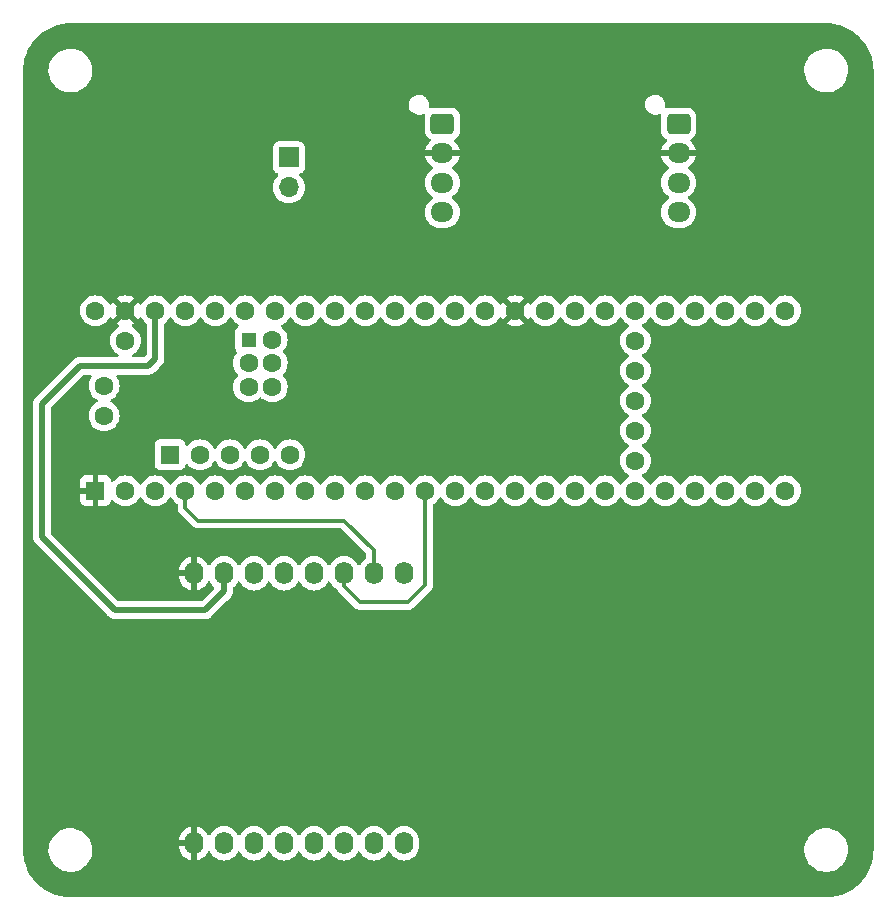
<source format=gbr>
G04 #@! TF.GenerationSoftware,KiCad,Pcbnew,7.0.8*
G04 #@! TF.CreationDate,2024-01-22T06:11:39-07:00*
G04 #@! TF.ProjectId,telemetry,74656c65-6d65-4747-9279-2e6b69636164,v1*
G04 #@! TF.SameCoordinates,Original*
G04 #@! TF.FileFunction,Copper,L2,Bot*
G04 #@! TF.FilePolarity,Positive*
%FSLAX46Y46*%
G04 Gerber Fmt 4.6, Leading zero omitted, Abs format (unit mm)*
G04 Created by KiCad (PCBNEW 7.0.8) date 2024-01-22 06:11:39*
%MOMM*%
%LPD*%
G01*
G04 APERTURE LIST*
G04 Aperture macros list*
%AMRoundRect*
0 Rectangle with rounded corners*
0 $1 Rounding radius*
0 $2 $3 $4 $5 $6 $7 $8 $9 X,Y pos of 4 corners*
0 Add a 4 corners polygon primitive as box body*
4,1,4,$2,$3,$4,$5,$6,$7,$8,$9,$2,$3,0*
0 Add four circle primitives for the rounded corners*
1,1,$1+$1,$2,$3*
1,1,$1+$1,$4,$5*
1,1,$1+$1,$6,$7*
1,1,$1+$1,$8,$9*
0 Add four rect primitives between the rounded corners*
20,1,$1+$1,$2,$3,$4,$5,0*
20,1,$1+$1,$4,$5,$6,$7,0*
20,1,$1+$1,$6,$7,$8,$9,0*
20,1,$1+$1,$8,$9,$2,$3,0*%
G04 Aperture macros list end*
G04 #@! TA.AperFunction,ComponentPad*
%ADD10RoundRect,0.250000X-0.725000X0.600000X-0.725000X-0.600000X0.725000X-0.600000X0.725000X0.600000X0*%
G04 #@! TD*
G04 #@! TA.AperFunction,ComponentPad*
%ADD11O,1.950000X1.700000*%
G04 #@! TD*
G04 #@! TA.AperFunction,ComponentPad*
%ADD12R,1.700000X1.700000*%
G04 #@! TD*
G04 #@! TA.AperFunction,ComponentPad*
%ADD13O,1.700000X1.700000*%
G04 #@! TD*
G04 #@! TA.AperFunction,ComponentPad*
%ADD14O,1.600000X1.900000*%
G04 #@! TD*
G04 #@! TA.AperFunction,ComponentPad*
%ADD15R,1.600000X1.600000*%
G04 #@! TD*
G04 #@! TA.AperFunction,ComponentPad*
%ADD16C,1.600000*%
G04 #@! TD*
G04 #@! TA.AperFunction,ComponentPad*
%ADD17R,1.300000X1.300000*%
G04 #@! TD*
G04 #@! TA.AperFunction,ViaPad*
%ADD18C,0.700000*%
G04 #@! TD*
G04 #@! TA.AperFunction,Conductor*
%ADD19C,0.500000*%
G04 #@! TD*
G04 #@! TA.AperFunction,Conductor*
%ADD20C,0.300000*%
G04 #@! TD*
G04 APERTURE END LIST*
D10*
X158500000Y-67500000D03*
D11*
X158500000Y-70000000D03*
X158500000Y-72500000D03*
X158500000Y-75000000D03*
D10*
X138500000Y-67500000D03*
D11*
X138500000Y-70000000D03*
X138500000Y-72500000D03*
X138500000Y-75000000D03*
D12*
X125500000Y-70360000D03*
D13*
X125500000Y-72900000D03*
D14*
X135247500Y-105570000D03*
X132707500Y-105570000D03*
X130167500Y-105570000D03*
X127627500Y-105570000D03*
X125087500Y-105570000D03*
X122547500Y-105570000D03*
X120007500Y-105570000D03*
X117467500Y-105570000D03*
X117467500Y-128430000D03*
X120007500Y-128430000D03*
X122547500Y-128430000D03*
X125087500Y-128430000D03*
X127627500Y-128430000D03*
X130167500Y-128430000D03*
X132707500Y-128430000D03*
X135247500Y-128430000D03*
D15*
X109125000Y-98580000D03*
D16*
X111665000Y-98580000D03*
X114205000Y-98580000D03*
X116745000Y-98580000D03*
X119285000Y-98580000D03*
X121825000Y-98580000D03*
X124365000Y-98580000D03*
X126905000Y-98580000D03*
X129445000Y-98580000D03*
X131985000Y-98580000D03*
X134525000Y-98580000D03*
X137065000Y-98580000D03*
X139605000Y-98580000D03*
X142145000Y-98580000D03*
X144685000Y-98580000D03*
X147225000Y-98580000D03*
X149765000Y-98580000D03*
X152305000Y-98580000D03*
X154845000Y-98580000D03*
X157385000Y-98580000D03*
X159925000Y-98580000D03*
X162465000Y-98580000D03*
X165005000Y-98580000D03*
X167545000Y-98580000D03*
X167545000Y-83340000D03*
X165005000Y-83340000D03*
X162465000Y-83340000D03*
X159925000Y-83340000D03*
X157385000Y-83340000D03*
X154845000Y-83340000D03*
X152305000Y-83340000D03*
X149765000Y-83340000D03*
X147225000Y-83340000D03*
X144685000Y-83340000D03*
X142145000Y-83340000D03*
X139605000Y-83340000D03*
X137065000Y-83340000D03*
X134525000Y-83340000D03*
X131985000Y-83340000D03*
X129445000Y-83340000D03*
X126905000Y-83340000D03*
X124365000Y-83340000D03*
X121825000Y-83340000D03*
X119285000Y-83340000D03*
X116745000Y-83340000D03*
X114205000Y-83340000D03*
X111665000Y-83340000D03*
X109125000Y-83340000D03*
X111665000Y-85880000D03*
X154845000Y-96040000D03*
X154845000Y-93500000D03*
X154845000Y-90960000D03*
X154845000Y-88420000D03*
X154845000Y-85880000D03*
D15*
X115424200Y-95529200D03*
D16*
X117964200Y-95529200D03*
X120504200Y-95529200D03*
X123044200Y-95529200D03*
X125584200Y-95529200D03*
D17*
X122095000Y-85778400D03*
D16*
X122095000Y-87778400D03*
X122095000Y-89778400D03*
X124095000Y-89778400D03*
X124095000Y-87778400D03*
X124095000Y-85778400D03*
X109855000Y-89690000D03*
X109855000Y-92230000D03*
D18*
X118700000Y-68400000D03*
X128100000Y-73800000D03*
X117400000Y-74000000D03*
X170100000Y-68300000D03*
D19*
X114205000Y-87395000D02*
X113600000Y-88000000D01*
X118400000Y-108700000D02*
X120007500Y-107092500D01*
X104600000Y-102500000D02*
X110800000Y-108700000D01*
X104600000Y-91200000D02*
X104600000Y-102500000D01*
X107800000Y-88000000D02*
X104600000Y-91200000D01*
X113600000Y-88000000D02*
X107800000Y-88000000D01*
X120007500Y-107092500D02*
X120007500Y-105570000D01*
X110800000Y-108700000D02*
X118400000Y-108700000D01*
X114205000Y-83340000D02*
X114205000Y-87395000D01*
D20*
X132707500Y-103607500D02*
X130200000Y-101100000D01*
X132707500Y-105570000D02*
X132707500Y-103607500D01*
X130200000Y-101100000D02*
X117800000Y-101100000D01*
X116745000Y-100045000D02*
X116745000Y-98580000D01*
X117800000Y-101100000D02*
X116745000Y-100045000D01*
X131500000Y-108000000D02*
X130167500Y-106667500D01*
X135600000Y-108000000D02*
X131500000Y-108000000D01*
X137065000Y-98580000D02*
X137065000Y-106535000D01*
X130167500Y-106667500D02*
X130167500Y-105570000D01*
X137065000Y-106535000D02*
X135600000Y-108000000D01*
G04 #@! TA.AperFunction,Conductor*
G36*
X145764025Y-84065472D02*
G01*
X145815133Y-83992482D01*
X145842341Y-83934135D01*
X145888513Y-83881696D01*
X145955707Y-83862543D01*
X146022588Y-83882758D01*
X146067105Y-83934132D01*
X146094432Y-83992734D01*
X146145363Y-84065471D01*
X146224954Y-84179141D01*
X146385858Y-84340045D01*
X146385861Y-84340047D01*
X146572266Y-84470568D01*
X146778504Y-84566739D01*
X146998308Y-84625635D01*
X147160230Y-84639801D01*
X147224998Y-84645468D01*
X147225000Y-84645468D01*
X147225002Y-84645468D01*
X147281673Y-84640509D01*
X147451692Y-84625635D01*
X147671496Y-84566739D01*
X147877734Y-84470568D01*
X148064139Y-84340047D01*
X148225047Y-84179139D01*
X148355568Y-83992734D01*
X148382618Y-83934724D01*
X148428790Y-83882285D01*
X148495983Y-83863133D01*
X148562865Y-83883348D01*
X148607382Y-83934725D01*
X148634429Y-83992728D01*
X148634432Y-83992734D01*
X148764954Y-84179141D01*
X148925858Y-84340045D01*
X148925861Y-84340047D01*
X149112266Y-84470568D01*
X149318504Y-84566739D01*
X149538308Y-84625635D01*
X149700230Y-84639801D01*
X149764998Y-84645468D01*
X149765000Y-84645468D01*
X149765002Y-84645468D01*
X149821673Y-84640509D01*
X149991692Y-84625635D01*
X150211496Y-84566739D01*
X150417734Y-84470568D01*
X150604139Y-84340047D01*
X150765047Y-84179139D01*
X150895568Y-83992734D01*
X150922618Y-83934724D01*
X150968790Y-83882285D01*
X151035983Y-83863133D01*
X151102865Y-83883348D01*
X151147382Y-83934725D01*
X151174429Y-83992728D01*
X151174432Y-83992734D01*
X151304954Y-84179141D01*
X151465858Y-84340045D01*
X151465861Y-84340047D01*
X151652266Y-84470568D01*
X151858504Y-84566739D01*
X152078308Y-84625635D01*
X152240230Y-84639801D01*
X152304998Y-84645468D01*
X152305000Y-84645468D01*
X152305002Y-84645468D01*
X152361673Y-84640509D01*
X152531692Y-84625635D01*
X152751496Y-84566739D01*
X152957734Y-84470568D01*
X153144139Y-84340047D01*
X153305047Y-84179139D01*
X153435568Y-83992734D01*
X153462618Y-83934724D01*
X153508790Y-83882285D01*
X153575983Y-83863133D01*
X153642865Y-83883348D01*
X153687382Y-83934725D01*
X153714429Y-83992728D01*
X153714432Y-83992734D01*
X153844954Y-84179141D01*
X154005858Y-84340045D01*
X154005861Y-84340047D01*
X154192266Y-84470568D01*
X154249681Y-84497341D01*
X154250275Y-84497618D01*
X154302714Y-84543791D01*
X154321866Y-84610984D01*
X154301650Y-84677865D01*
X154250275Y-84722382D01*
X154192267Y-84749431D01*
X154192265Y-84749432D01*
X154005858Y-84879954D01*
X153844954Y-85040858D01*
X153714432Y-85227265D01*
X153714431Y-85227267D01*
X153618261Y-85433502D01*
X153618258Y-85433511D01*
X153559366Y-85653302D01*
X153559364Y-85653313D01*
X153539532Y-85879998D01*
X153539532Y-85880001D01*
X153559364Y-86106686D01*
X153559366Y-86106697D01*
X153618258Y-86326488D01*
X153618261Y-86326497D01*
X153714431Y-86532732D01*
X153714432Y-86532734D01*
X153844954Y-86719141D01*
X154005858Y-86880045D01*
X154005861Y-86880047D01*
X154192266Y-87010568D01*
X154250275Y-87037618D01*
X154302714Y-87083791D01*
X154321866Y-87150984D01*
X154301650Y-87217865D01*
X154250275Y-87262381D01*
X154245177Y-87264759D01*
X154192267Y-87289431D01*
X154192265Y-87289432D01*
X154005858Y-87419954D01*
X153844954Y-87580858D01*
X153714432Y-87767265D01*
X153714431Y-87767267D01*
X153618261Y-87973502D01*
X153618258Y-87973511D01*
X153559366Y-88193302D01*
X153559364Y-88193313D01*
X153539532Y-88419998D01*
X153539532Y-88420001D01*
X153559364Y-88646686D01*
X153559366Y-88646697D01*
X153618258Y-88866488D01*
X153618261Y-88866497D01*
X153714431Y-89072732D01*
X153714432Y-89072734D01*
X153844954Y-89259141D01*
X154005858Y-89420045D01*
X154005861Y-89420047D01*
X154192266Y-89550568D01*
X154250275Y-89577618D01*
X154302714Y-89623791D01*
X154321866Y-89690984D01*
X154301650Y-89757865D01*
X154250275Y-89802382D01*
X154192267Y-89829431D01*
X154192265Y-89829432D01*
X154005858Y-89959954D01*
X153844954Y-90120858D01*
X153714432Y-90307265D01*
X153714431Y-90307267D01*
X153618261Y-90513502D01*
X153618258Y-90513511D01*
X153559366Y-90733302D01*
X153559364Y-90733313D01*
X153539532Y-90959998D01*
X153539532Y-90960001D01*
X153559364Y-91186686D01*
X153559366Y-91186697D01*
X153618258Y-91406488D01*
X153618261Y-91406497D01*
X153714431Y-91612732D01*
X153714432Y-91612734D01*
X153844954Y-91799141D01*
X154005858Y-91960045D01*
X154005861Y-91960047D01*
X154192266Y-92090568D01*
X154250275Y-92117618D01*
X154302714Y-92163791D01*
X154321866Y-92230984D01*
X154301650Y-92297865D01*
X154250275Y-92342382D01*
X154192267Y-92369431D01*
X154192265Y-92369432D01*
X154005858Y-92499954D01*
X153844954Y-92660858D01*
X153714432Y-92847265D01*
X153714431Y-92847267D01*
X153618261Y-93053502D01*
X153618258Y-93053511D01*
X153559366Y-93273302D01*
X153559364Y-93273313D01*
X153539532Y-93499998D01*
X153539532Y-93500001D01*
X153559364Y-93726686D01*
X153559366Y-93726697D01*
X153618258Y-93946488D01*
X153618261Y-93946497D01*
X153714431Y-94152732D01*
X153714432Y-94152734D01*
X153844954Y-94339141D01*
X154005858Y-94500045D01*
X154005861Y-94500047D01*
X154192266Y-94630568D01*
X154250275Y-94657618D01*
X154302714Y-94703791D01*
X154321866Y-94770984D01*
X154301650Y-94837865D01*
X154250275Y-94882382D01*
X154192267Y-94909431D01*
X154192265Y-94909432D01*
X154005858Y-95039954D01*
X153844954Y-95200858D01*
X153714432Y-95387265D01*
X153714431Y-95387267D01*
X153618261Y-95593502D01*
X153618258Y-95593511D01*
X153559366Y-95813302D01*
X153559364Y-95813313D01*
X153539532Y-96039998D01*
X153539532Y-96040001D01*
X153559364Y-96266686D01*
X153559366Y-96266697D01*
X153618258Y-96486488D01*
X153618261Y-96486497D01*
X153714431Y-96692732D01*
X153714432Y-96692734D01*
X153844954Y-96879141D01*
X154005858Y-97040045D01*
X154005861Y-97040047D01*
X154192266Y-97170568D01*
X154250275Y-97197618D01*
X154302714Y-97243791D01*
X154321866Y-97310984D01*
X154301650Y-97377865D01*
X154250275Y-97422381D01*
X154233272Y-97430310D01*
X154192267Y-97449431D01*
X154192265Y-97449432D01*
X154005858Y-97579954D01*
X153844954Y-97740858D01*
X153714432Y-97927265D01*
X153714431Y-97927267D01*
X153687382Y-97985275D01*
X153641209Y-98037714D01*
X153574016Y-98056866D01*
X153507135Y-98036650D01*
X153462618Y-97985275D01*
X153435568Y-97927267D01*
X153435567Y-97927265D01*
X153305045Y-97740858D01*
X153144141Y-97579954D01*
X152957734Y-97449432D01*
X152957732Y-97449431D01*
X152751497Y-97353261D01*
X152751488Y-97353258D01*
X152531697Y-97294366D01*
X152531693Y-97294365D01*
X152531692Y-97294365D01*
X152531691Y-97294364D01*
X152531686Y-97294364D01*
X152305002Y-97274532D01*
X152304998Y-97274532D01*
X152078313Y-97294364D01*
X152078302Y-97294366D01*
X151858511Y-97353258D01*
X151858502Y-97353261D01*
X151652267Y-97449431D01*
X151652265Y-97449432D01*
X151465858Y-97579954D01*
X151304954Y-97740858D01*
X151174432Y-97927265D01*
X151174431Y-97927267D01*
X151147382Y-97985275D01*
X151101209Y-98037714D01*
X151034016Y-98056866D01*
X150967135Y-98036650D01*
X150922618Y-97985275D01*
X150895568Y-97927267D01*
X150895567Y-97927265D01*
X150765045Y-97740858D01*
X150604141Y-97579954D01*
X150417734Y-97449432D01*
X150417732Y-97449431D01*
X150211497Y-97353261D01*
X150211488Y-97353258D01*
X149991697Y-97294366D01*
X149991693Y-97294365D01*
X149991692Y-97294365D01*
X149991691Y-97294364D01*
X149991686Y-97294364D01*
X149765002Y-97274532D01*
X149764998Y-97274532D01*
X149538313Y-97294364D01*
X149538302Y-97294366D01*
X149318511Y-97353258D01*
X149318502Y-97353261D01*
X149112267Y-97449431D01*
X149112265Y-97449432D01*
X148925858Y-97579954D01*
X148764954Y-97740858D01*
X148634432Y-97927265D01*
X148634431Y-97927267D01*
X148607382Y-97985275D01*
X148561209Y-98037714D01*
X148494016Y-98056866D01*
X148427135Y-98036650D01*
X148382618Y-97985275D01*
X148355568Y-97927267D01*
X148355567Y-97927265D01*
X148225045Y-97740858D01*
X148064141Y-97579954D01*
X147877734Y-97449432D01*
X147877732Y-97449431D01*
X147671497Y-97353261D01*
X147671488Y-97353258D01*
X147451697Y-97294366D01*
X147451693Y-97294365D01*
X147451692Y-97294365D01*
X147451691Y-97294364D01*
X147451686Y-97294364D01*
X147225002Y-97274532D01*
X147224998Y-97274532D01*
X146998313Y-97294364D01*
X146998302Y-97294366D01*
X146778511Y-97353258D01*
X146778502Y-97353261D01*
X146572267Y-97449431D01*
X146572265Y-97449432D01*
X146385858Y-97579954D01*
X146224954Y-97740858D01*
X146094432Y-97927265D01*
X146094431Y-97927267D01*
X146067382Y-97985275D01*
X146021209Y-98037714D01*
X145954016Y-98056866D01*
X145887135Y-98036650D01*
X145842618Y-97985275D01*
X145815568Y-97927267D01*
X145815567Y-97927265D01*
X145685045Y-97740858D01*
X145524141Y-97579954D01*
X145337734Y-97449432D01*
X145337732Y-97449431D01*
X145131497Y-97353261D01*
X145131488Y-97353258D01*
X144911697Y-97294366D01*
X144911693Y-97294365D01*
X144911692Y-97294365D01*
X144911691Y-97294364D01*
X144911686Y-97294364D01*
X144685002Y-97274532D01*
X144684998Y-97274532D01*
X144458313Y-97294364D01*
X144458302Y-97294366D01*
X144238511Y-97353258D01*
X144238502Y-97353261D01*
X144032267Y-97449431D01*
X144032265Y-97449432D01*
X143845858Y-97579954D01*
X143684954Y-97740858D01*
X143554432Y-97927265D01*
X143554431Y-97927267D01*
X143527382Y-97985275D01*
X143481209Y-98037714D01*
X143414016Y-98056866D01*
X143347135Y-98036650D01*
X143302618Y-97985275D01*
X143275568Y-97927267D01*
X143275567Y-97927265D01*
X143145045Y-97740858D01*
X142984141Y-97579954D01*
X142797734Y-97449432D01*
X142797732Y-97449431D01*
X142591497Y-97353261D01*
X142591488Y-97353258D01*
X142371697Y-97294366D01*
X142371693Y-97294365D01*
X142371692Y-97294365D01*
X142371691Y-97294364D01*
X142371686Y-97294364D01*
X142145002Y-97274532D01*
X142144998Y-97274532D01*
X141918313Y-97294364D01*
X141918302Y-97294366D01*
X141698511Y-97353258D01*
X141698502Y-97353261D01*
X141492267Y-97449431D01*
X141492265Y-97449432D01*
X141305858Y-97579954D01*
X141144954Y-97740858D01*
X141014432Y-97927265D01*
X141014431Y-97927267D01*
X140987382Y-97985275D01*
X140941209Y-98037714D01*
X140874016Y-98056866D01*
X140807135Y-98036650D01*
X140762618Y-97985275D01*
X140735568Y-97927267D01*
X140735567Y-97927265D01*
X140605045Y-97740858D01*
X140444141Y-97579954D01*
X140257734Y-97449432D01*
X140257732Y-97449431D01*
X140051497Y-97353261D01*
X140051488Y-97353258D01*
X139831697Y-97294366D01*
X139831693Y-97294365D01*
X139831692Y-97294365D01*
X139831691Y-97294364D01*
X139831686Y-97294364D01*
X139605002Y-97274532D01*
X139604998Y-97274532D01*
X139378313Y-97294364D01*
X139378302Y-97294366D01*
X139158511Y-97353258D01*
X139158502Y-97353261D01*
X138952267Y-97449431D01*
X138952265Y-97449432D01*
X138765858Y-97579954D01*
X138604954Y-97740858D01*
X138474432Y-97927265D01*
X138474431Y-97927267D01*
X138447382Y-97985275D01*
X138401209Y-98037714D01*
X138334016Y-98056866D01*
X138267135Y-98036650D01*
X138222618Y-97985275D01*
X138195568Y-97927267D01*
X138195567Y-97927265D01*
X138065045Y-97740858D01*
X137904141Y-97579954D01*
X137717734Y-97449432D01*
X137717732Y-97449431D01*
X137511497Y-97353261D01*
X137511488Y-97353258D01*
X137291697Y-97294366D01*
X137291693Y-97294365D01*
X137291692Y-97294365D01*
X137291691Y-97294364D01*
X137291686Y-97294364D01*
X137065002Y-97274532D01*
X137064998Y-97274532D01*
X136838313Y-97294364D01*
X136838302Y-97294366D01*
X136618511Y-97353258D01*
X136618502Y-97353261D01*
X136412267Y-97449431D01*
X136412265Y-97449432D01*
X136225858Y-97579954D01*
X136064954Y-97740858D01*
X135934432Y-97927265D01*
X135934431Y-97927267D01*
X135907382Y-97985275D01*
X135861209Y-98037714D01*
X135794016Y-98056866D01*
X135727135Y-98036650D01*
X135682618Y-97985275D01*
X135655568Y-97927267D01*
X135655567Y-97927265D01*
X135525045Y-97740858D01*
X135364141Y-97579954D01*
X135177734Y-97449432D01*
X135177732Y-97449431D01*
X134971497Y-97353261D01*
X134971488Y-97353258D01*
X134751697Y-97294366D01*
X134751693Y-97294365D01*
X134751692Y-97294365D01*
X134751691Y-97294364D01*
X134751686Y-97294364D01*
X134525002Y-97274532D01*
X134524998Y-97274532D01*
X134298313Y-97294364D01*
X134298302Y-97294366D01*
X134078511Y-97353258D01*
X134078502Y-97353261D01*
X133872267Y-97449431D01*
X133872265Y-97449432D01*
X133685858Y-97579954D01*
X133524954Y-97740858D01*
X133394432Y-97927265D01*
X133394431Y-97927267D01*
X133367382Y-97985275D01*
X133321209Y-98037714D01*
X133254016Y-98056866D01*
X133187135Y-98036650D01*
X133142618Y-97985275D01*
X133115568Y-97927267D01*
X133115567Y-97927265D01*
X132985045Y-97740858D01*
X132824141Y-97579954D01*
X132637734Y-97449432D01*
X132637732Y-97449431D01*
X132431497Y-97353261D01*
X132431488Y-97353258D01*
X132211697Y-97294366D01*
X132211693Y-97294365D01*
X132211692Y-97294365D01*
X132211691Y-97294364D01*
X132211686Y-97294364D01*
X131985002Y-97274532D01*
X131984998Y-97274532D01*
X131758313Y-97294364D01*
X131758302Y-97294366D01*
X131538511Y-97353258D01*
X131538502Y-97353261D01*
X131332267Y-97449431D01*
X131332265Y-97449432D01*
X131145858Y-97579954D01*
X130984954Y-97740858D01*
X130854432Y-97927265D01*
X130854431Y-97927267D01*
X130827382Y-97985275D01*
X130781209Y-98037714D01*
X130714016Y-98056866D01*
X130647135Y-98036650D01*
X130602618Y-97985275D01*
X130575568Y-97927267D01*
X130575567Y-97927265D01*
X130445045Y-97740858D01*
X130284141Y-97579954D01*
X130097734Y-97449432D01*
X130097732Y-97449431D01*
X129891497Y-97353261D01*
X129891488Y-97353258D01*
X129671697Y-97294366D01*
X129671693Y-97294365D01*
X129671692Y-97294365D01*
X129671691Y-97294364D01*
X129671686Y-97294364D01*
X129445002Y-97274532D01*
X129444998Y-97274532D01*
X129218313Y-97294364D01*
X129218302Y-97294366D01*
X128998511Y-97353258D01*
X128998502Y-97353261D01*
X128792267Y-97449431D01*
X128792265Y-97449432D01*
X128605858Y-97579954D01*
X128444954Y-97740858D01*
X128314432Y-97927265D01*
X128314431Y-97927267D01*
X128287382Y-97985275D01*
X128241209Y-98037714D01*
X128174016Y-98056866D01*
X128107135Y-98036650D01*
X128062618Y-97985275D01*
X128035568Y-97927267D01*
X128035567Y-97927265D01*
X127905045Y-97740858D01*
X127744141Y-97579954D01*
X127557734Y-97449432D01*
X127557732Y-97449431D01*
X127351497Y-97353261D01*
X127351488Y-97353258D01*
X127131697Y-97294366D01*
X127131693Y-97294365D01*
X127131692Y-97294365D01*
X127131691Y-97294364D01*
X127131686Y-97294364D01*
X126905002Y-97274532D01*
X126904998Y-97274532D01*
X126678313Y-97294364D01*
X126678302Y-97294366D01*
X126458511Y-97353258D01*
X126458502Y-97353261D01*
X126252267Y-97449431D01*
X126252265Y-97449432D01*
X126065858Y-97579954D01*
X125904954Y-97740858D01*
X125774432Y-97927265D01*
X125774431Y-97927267D01*
X125747382Y-97985275D01*
X125701209Y-98037714D01*
X125634016Y-98056866D01*
X125567135Y-98036650D01*
X125522618Y-97985275D01*
X125495568Y-97927267D01*
X125495567Y-97927265D01*
X125365045Y-97740858D01*
X125204141Y-97579954D01*
X125017734Y-97449432D01*
X125017732Y-97449431D01*
X124811497Y-97353261D01*
X124811488Y-97353258D01*
X124591697Y-97294366D01*
X124591693Y-97294365D01*
X124591692Y-97294365D01*
X124591691Y-97294364D01*
X124591686Y-97294364D01*
X124365002Y-97274532D01*
X124364998Y-97274532D01*
X124138313Y-97294364D01*
X124138302Y-97294366D01*
X123918511Y-97353258D01*
X123918502Y-97353261D01*
X123712267Y-97449431D01*
X123712265Y-97449432D01*
X123525858Y-97579954D01*
X123364954Y-97740858D01*
X123234432Y-97927265D01*
X123234431Y-97927267D01*
X123207382Y-97985275D01*
X123161209Y-98037714D01*
X123094016Y-98056866D01*
X123027135Y-98036650D01*
X122982618Y-97985275D01*
X122955568Y-97927267D01*
X122955567Y-97927265D01*
X122825045Y-97740858D01*
X122664141Y-97579954D01*
X122477734Y-97449432D01*
X122477732Y-97449431D01*
X122271497Y-97353261D01*
X122271488Y-97353258D01*
X122051697Y-97294366D01*
X122051693Y-97294365D01*
X122051692Y-97294365D01*
X122051691Y-97294364D01*
X122051686Y-97294364D01*
X121825002Y-97274532D01*
X121824998Y-97274532D01*
X121598313Y-97294364D01*
X121598302Y-97294366D01*
X121378511Y-97353258D01*
X121378502Y-97353261D01*
X121172267Y-97449431D01*
X121172265Y-97449432D01*
X120985858Y-97579954D01*
X120824954Y-97740858D01*
X120694432Y-97927265D01*
X120694431Y-97927267D01*
X120667382Y-97985275D01*
X120621209Y-98037714D01*
X120554016Y-98056866D01*
X120487135Y-98036650D01*
X120442618Y-97985275D01*
X120415568Y-97927267D01*
X120415567Y-97927265D01*
X120285045Y-97740858D01*
X120124141Y-97579954D01*
X119937734Y-97449432D01*
X119937732Y-97449431D01*
X119731497Y-97353261D01*
X119731488Y-97353258D01*
X119511697Y-97294366D01*
X119511693Y-97294365D01*
X119511692Y-97294365D01*
X119511691Y-97294364D01*
X119511686Y-97294364D01*
X119285002Y-97274532D01*
X119284998Y-97274532D01*
X119058313Y-97294364D01*
X119058302Y-97294366D01*
X118838511Y-97353258D01*
X118838502Y-97353261D01*
X118632267Y-97449431D01*
X118632265Y-97449432D01*
X118445858Y-97579954D01*
X118284954Y-97740858D01*
X118154432Y-97927265D01*
X118154431Y-97927267D01*
X118127382Y-97985275D01*
X118081209Y-98037714D01*
X118014016Y-98056866D01*
X117947135Y-98036650D01*
X117902618Y-97985275D01*
X117875568Y-97927267D01*
X117875567Y-97927265D01*
X117745045Y-97740858D01*
X117584141Y-97579954D01*
X117397734Y-97449432D01*
X117397732Y-97449431D01*
X117191497Y-97353261D01*
X117191488Y-97353258D01*
X116971697Y-97294366D01*
X116971693Y-97294365D01*
X116971692Y-97294365D01*
X116971691Y-97294364D01*
X116971686Y-97294364D01*
X116745002Y-97274532D01*
X116744998Y-97274532D01*
X116518313Y-97294364D01*
X116518302Y-97294366D01*
X116298511Y-97353258D01*
X116298502Y-97353261D01*
X116092267Y-97449431D01*
X116092265Y-97449432D01*
X115905858Y-97579954D01*
X115744954Y-97740858D01*
X115614432Y-97927265D01*
X115614431Y-97927267D01*
X115587382Y-97985275D01*
X115541209Y-98037714D01*
X115474016Y-98056866D01*
X115407135Y-98036650D01*
X115362618Y-97985275D01*
X115335568Y-97927267D01*
X115335567Y-97927265D01*
X115205045Y-97740858D01*
X115044141Y-97579954D01*
X114857734Y-97449432D01*
X114857732Y-97449431D01*
X114651497Y-97353261D01*
X114651488Y-97353258D01*
X114431697Y-97294366D01*
X114431693Y-97294365D01*
X114431692Y-97294365D01*
X114431691Y-97294364D01*
X114431686Y-97294364D01*
X114205002Y-97274532D01*
X114204998Y-97274532D01*
X113978313Y-97294364D01*
X113978302Y-97294366D01*
X113758511Y-97353258D01*
X113758502Y-97353261D01*
X113552267Y-97449431D01*
X113552265Y-97449432D01*
X113365858Y-97579954D01*
X113204954Y-97740858D01*
X113074432Y-97927265D01*
X113074431Y-97927267D01*
X113047382Y-97985275D01*
X113001209Y-98037714D01*
X112934016Y-98056866D01*
X112867135Y-98036650D01*
X112822618Y-97985275D01*
X112795568Y-97927267D01*
X112795567Y-97927265D01*
X112665045Y-97740858D01*
X112504141Y-97579954D01*
X112317734Y-97449432D01*
X112317732Y-97449431D01*
X112111497Y-97353261D01*
X112111488Y-97353258D01*
X111891697Y-97294366D01*
X111891693Y-97294365D01*
X111891692Y-97294365D01*
X111891691Y-97294364D01*
X111891686Y-97294364D01*
X111665002Y-97274532D01*
X111664998Y-97274532D01*
X111438313Y-97294364D01*
X111438302Y-97294366D01*
X111218511Y-97353258D01*
X111218502Y-97353261D01*
X111012267Y-97449431D01*
X111012265Y-97449432D01*
X110825858Y-97579954D01*
X110664951Y-97740861D01*
X110647287Y-97766088D01*
X110592710Y-97809712D01*
X110523211Y-97816904D01*
X110460857Y-97785380D01*
X110425445Y-97725150D01*
X110422425Y-97708218D01*
X110418598Y-97672627D01*
X110418596Y-97672620D01*
X110368354Y-97537913D01*
X110368350Y-97537906D01*
X110282190Y-97422812D01*
X110282187Y-97422809D01*
X110167093Y-97336649D01*
X110167086Y-97336645D01*
X110032379Y-97286403D01*
X110032372Y-97286401D01*
X109972844Y-97280000D01*
X109375000Y-97280000D01*
X109375000Y-98088316D01*
X109346181Y-98070791D01*
X109200596Y-98030000D01*
X109087378Y-98030000D01*
X108975217Y-98045416D01*
X108875000Y-98088946D01*
X108875000Y-97280000D01*
X108277155Y-97280000D01*
X108217627Y-97286401D01*
X108217620Y-97286403D01*
X108082913Y-97336645D01*
X108082906Y-97336649D01*
X107967812Y-97422809D01*
X107967809Y-97422812D01*
X107881649Y-97537906D01*
X107881645Y-97537913D01*
X107831403Y-97672620D01*
X107831401Y-97672627D01*
X107825000Y-97732155D01*
X107825000Y-98330000D01*
X108630148Y-98330000D01*
X108581441Y-98467047D01*
X108571123Y-98617886D01*
X108601884Y-98765915D01*
X108635090Y-98830000D01*
X107825000Y-98830000D01*
X107825000Y-99427844D01*
X107831401Y-99487372D01*
X107831403Y-99487379D01*
X107881645Y-99622086D01*
X107881649Y-99622093D01*
X107967809Y-99737187D01*
X107967812Y-99737190D01*
X108082906Y-99823350D01*
X108082913Y-99823354D01*
X108217620Y-99873596D01*
X108217627Y-99873598D01*
X108277155Y-99879999D01*
X108277172Y-99880000D01*
X108875000Y-99880000D01*
X108875000Y-99071683D01*
X108903819Y-99089209D01*
X109049404Y-99130000D01*
X109162622Y-99130000D01*
X109274783Y-99114584D01*
X109375000Y-99071053D01*
X109375000Y-99880000D01*
X109972828Y-99880000D01*
X109972844Y-99879999D01*
X110032372Y-99873598D01*
X110032379Y-99873596D01*
X110167086Y-99823354D01*
X110167093Y-99823350D01*
X110282187Y-99737190D01*
X110282190Y-99737187D01*
X110368350Y-99622093D01*
X110368354Y-99622086D01*
X110418596Y-99487380D01*
X110422424Y-99451781D01*
X110449162Y-99387230D01*
X110506555Y-99347382D01*
X110576380Y-99344888D01*
X110636469Y-99380540D01*
X110647289Y-99393912D01*
X110664956Y-99419143D01*
X110825858Y-99580045D01*
X110825861Y-99580047D01*
X111012266Y-99710568D01*
X111218504Y-99806739D01*
X111438308Y-99865635D01*
X111600230Y-99879801D01*
X111664998Y-99885468D01*
X111665000Y-99885468D01*
X111665002Y-99885468D01*
X111727511Y-99879999D01*
X111891692Y-99865635D01*
X112111496Y-99806739D01*
X112317734Y-99710568D01*
X112504139Y-99580047D01*
X112665047Y-99419139D01*
X112795568Y-99232734D01*
X112822618Y-99174724D01*
X112868790Y-99122285D01*
X112935983Y-99103133D01*
X113002865Y-99123348D01*
X113047382Y-99174725D01*
X113074429Y-99232728D01*
X113074432Y-99232734D01*
X113204954Y-99419141D01*
X113365858Y-99580045D01*
X113365861Y-99580047D01*
X113552266Y-99710568D01*
X113758504Y-99806739D01*
X113978308Y-99865635D01*
X114140230Y-99879801D01*
X114204998Y-99885468D01*
X114205000Y-99885468D01*
X114205002Y-99885468D01*
X114267511Y-99879999D01*
X114431692Y-99865635D01*
X114651496Y-99806739D01*
X114857734Y-99710568D01*
X115044139Y-99580047D01*
X115205047Y-99419139D01*
X115335568Y-99232734D01*
X115362618Y-99174724D01*
X115408790Y-99122285D01*
X115475983Y-99103133D01*
X115542865Y-99123348D01*
X115587382Y-99174725D01*
X115614429Y-99232728D01*
X115614432Y-99232734D01*
X115744954Y-99419141D01*
X115905855Y-99580042D01*
X115905858Y-99580044D01*
X115905861Y-99580047D01*
X116041626Y-99675109D01*
X116085248Y-99729683D01*
X116094500Y-99776682D01*
X116094500Y-99959494D01*
X116092732Y-99975505D01*
X116092974Y-99975528D01*
X116092240Y-99983294D01*
X116094500Y-100055203D01*
X116094500Y-100085920D01*
X116094501Y-100085940D01*
X116095418Y-100093206D01*
X116095876Y-100099024D01*
X116097402Y-100147567D01*
X116097403Y-100147570D01*
X116103323Y-100167948D01*
X116107268Y-100186996D01*
X116109928Y-100208054D01*
X116109931Y-100208064D01*
X116127813Y-100253230D01*
X116129705Y-100258758D01*
X116143254Y-100305395D01*
X116143255Y-100305397D01*
X116154060Y-100323666D01*
X116162617Y-100341134D01*
X116168226Y-100355300D01*
X116170432Y-100360872D01*
X116198983Y-100400170D01*
X116202188Y-100405049D01*
X116226919Y-100446865D01*
X116226923Y-100446869D01*
X116241925Y-100461871D01*
X116254563Y-100476669D01*
X116267033Y-100493833D01*
X116267036Y-100493836D01*
X116267037Y-100493837D01*
X116304476Y-100524809D01*
X116308776Y-100528722D01*
X117279564Y-101499510D01*
X117289635Y-101512080D01*
X117289822Y-101511926D01*
X117294796Y-101517937D01*
X117294798Y-101517940D01*
X117323345Y-101544748D01*
X117347243Y-101567190D01*
X117368967Y-101588913D01*
X117374757Y-101593405D01*
X117379197Y-101597197D01*
X117408498Y-101624711D01*
X117414607Y-101630448D01*
X117414609Y-101630449D01*
X117433205Y-101640672D01*
X117449470Y-101651357D01*
X117466232Y-101664360D01*
X117466235Y-101664361D01*
X117466236Y-101664362D01*
X117510823Y-101683656D01*
X117516059Y-101686221D01*
X117558632Y-101709627D01*
X117574340Y-101713659D01*
X117579186Y-101714904D01*
X117597598Y-101721207D01*
X117617073Y-101729635D01*
X117665071Y-101737237D01*
X117670740Y-101738411D01*
X117717823Y-101750500D01*
X117739051Y-101750500D01*
X117758448Y-101752026D01*
X117779403Y-101755345D01*
X117779404Y-101755346D01*
X117779404Y-101755345D01*
X117779405Y-101755346D01*
X117827761Y-101750775D01*
X117833599Y-101750500D01*
X129879192Y-101750500D01*
X129946231Y-101770185D01*
X129966873Y-101786819D01*
X132020681Y-103840627D01*
X132054166Y-103901950D01*
X132057000Y-103928308D01*
X132057000Y-104223316D01*
X132037315Y-104290355D01*
X132004123Y-104324891D01*
X131868359Y-104419953D01*
X131707454Y-104580858D01*
X131576932Y-104767265D01*
X131576931Y-104767267D01*
X131549882Y-104825275D01*
X131503709Y-104877714D01*
X131436516Y-104896866D01*
X131369635Y-104876650D01*
X131325118Y-104825275D01*
X131298186Y-104767520D01*
X131298068Y-104767266D01*
X131167547Y-104580861D01*
X131167545Y-104580858D01*
X131006641Y-104419954D01*
X130820234Y-104289432D01*
X130820232Y-104289431D01*
X130613997Y-104193261D01*
X130613988Y-104193258D01*
X130394197Y-104134366D01*
X130394193Y-104134365D01*
X130394192Y-104134365D01*
X130394191Y-104134364D01*
X130394186Y-104134364D01*
X130167502Y-104114532D01*
X130167498Y-104114532D01*
X129940813Y-104134364D01*
X129940802Y-104134366D01*
X129721011Y-104193258D01*
X129721002Y-104193261D01*
X129514767Y-104289431D01*
X129514765Y-104289432D01*
X129328358Y-104419954D01*
X129167454Y-104580858D01*
X129036932Y-104767265D01*
X129036931Y-104767267D01*
X129009882Y-104825275D01*
X128963709Y-104877714D01*
X128896516Y-104896866D01*
X128829635Y-104876650D01*
X128785118Y-104825275D01*
X128758186Y-104767520D01*
X128758068Y-104767266D01*
X128627547Y-104580861D01*
X128627545Y-104580858D01*
X128466641Y-104419954D01*
X128280234Y-104289432D01*
X128280232Y-104289431D01*
X128073997Y-104193261D01*
X128073988Y-104193258D01*
X127854197Y-104134366D01*
X127854193Y-104134365D01*
X127854192Y-104134365D01*
X127854191Y-104134364D01*
X127854186Y-104134364D01*
X127627502Y-104114532D01*
X127627498Y-104114532D01*
X127400813Y-104134364D01*
X127400802Y-104134366D01*
X127181011Y-104193258D01*
X127181002Y-104193261D01*
X126974767Y-104289431D01*
X126974765Y-104289432D01*
X126788358Y-104419954D01*
X126627454Y-104580858D01*
X126496932Y-104767265D01*
X126496931Y-104767267D01*
X126469882Y-104825275D01*
X126423709Y-104877714D01*
X126356516Y-104896866D01*
X126289635Y-104876650D01*
X126245118Y-104825275D01*
X126218186Y-104767520D01*
X126218068Y-104767266D01*
X126087547Y-104580861D01*
X126087545Y-104580858D01*
X125926641Y-104419954D01*
X125740234Y-104289432D01*
X125740232Y-104289431D01*
X125533997Y-104193261D01*
X125533988Y-104193258D01*
X125314197Y-104134366D01*
X125314193Y-104134365D01*
X125314192Y-104134365D01*
X125314191Y-104134364D01*
X125314186Y-104134364D01*
X125087502Y-104114532D01*
X125087498Y-104114532D01*
X124860813Y-104134364D01*
X124860802Y-104134366D01*
X124641011Y-104193258D01*
X124641002Y-104193261D01*
X124434767Y-104289431D01*
X124434765Y-104289432D01*
X124248358Y-104419954D01*
X124087454Y-104580858D01*
X123956932Y-104767265D01*
X123956931Y-104767267D01*
X123929882Y-104825275D01*
X123883709Y-104877714D01*
X123816516Y-104896866D01*
X123749635Y-104876650D01*
X123705118Y-104825275D01*
X123678186Y-104767520D01*
X123678068Y-104767266D01*
X123547547Y-104580861D01*
X123547545Y-104580858D01*
X123386641Y-104419954D01*
X123200234Y-104289432D01*
X123200232Y-104289431D01*
X122993997Y-104193261D01*
X122993988Y-104193258D01*
X122774197Y-104134366D01*
X122774193Y-104134365D01*
X122774192Y-104134365D01*
X122774191Y-104134364D01*
X122774186Y-104134364D01*
X122547502Y-104114532D01*
X122547498Y-104114532D01*
X122320813Y-104134364D01*
X122320802Y-104134366D01*
X122101011Y-104193258D01*
X122101002Y-104193261D01*
X121894767Y-104289431D01*
X121894765Y-104289432D01*
X121708358Y-104419954D01*
X121547454Y-104580858D01*
X121416932Y-104767265D01*
X121416931Y-104767267D01*
X121389882Y-104825275D01*
X121343709Y-104877714D01*
X121276516Y-104896866D01*
X121209635Y-104876650D01*
X121165118Y-104825275D01*
X121138186Y-104767520D01*
X121138068Y-104767266D01*
X121007547Y-104580861D01*
X121007545Y-104580858D01*
X120846641Y-104419954D01*
X120660234Y-104289432D01*
X120660232Y-104289431D01*
X120453997Y-104193261D01*
X120453988Y-104193258D01*
X120234197Y-104134366D01*
X120234193Y-104134365D01*
X120234192Y-104134365D01*
X120234191Y-104134364D01*
X120234186Y-104134364D01*
X120007502Y-104114532D01*
X120007498Y-104114532D01*
X119780813Y-104134364D01*
X119780802Y-104134366D01*
X119561011Y-104193258D01*
X119561002Y-104193261D01*
X119354767Y-104289431D01*
X119354765Y-104289432D01*
X119168358Y-104419954D01*
X119007454Y-104580858D01*
X118876933Y-104767264D01*
X118876932Y-104767266D01*
X118876815Y-104767518D01*
X118849606Y-104825867D01*
X118803433Y-104878306D01*
X118736239Y-104897457D01*
X118669358Y-104877241D01*
X118624842Y-104825865D01*
X118597635Y-104767520D01*
X118597634Y-104767518D01*
X118467157Y-104581179D01*
X118306320Y-104420342D01*
X118119982Y-104289865D01*
X117913828Y-104193734D01*
X117717500Y-104141127D01*
X117717500Y-105134498D01*
X117609815Y-105085320D01*
X117503263Y-105070000D01*
X117431737Y-105070000D01*
X117325185Y-105085320D01*
X117217500Y-105134498D01*
X117217500Y-104141127D01*
X117021171Y-104193734D01*
X116815017Y-104289865D01*
X116628679Y-104420342D01*
X116467842Y-104581179D01*
X116337365Y-104767517D01*
X116241234Y-104973673D01*
X116241230Y-104973682D01*
X116182359Y-105193392D01*
X116182359Y-105193396D01*
X116171283Y-105320000D01*
X117033814Y-105320000D01*
X117008007Y-105360156D01*
X116967500Y-105498111D01*
X116967500Y-105641889D01*
X117008007Y-105779844D01*
X117033814Y-105820000D01*
X116171283Y-105820000D01*
X116182359Y-105946603D01*
X116182359Y-105946607D01*
X116241230Y-106166317D01*
X116241234Y-106166326D01*
X116337365Y-106372482D01*
X116467842Y-106558820D01*
X116628679Y-106719657D01*
X116815017Y-106850134D01*
X117021173Y-106946265D01*
X117021182Y-106946269D01*
X117217499Y-106998872D01*
X117217500Y-106998871D01*
X117217500Y-106005501D01*
X117325185Y-106054680D01*
X117431737Y-106070000D01*
X117503263Y-106070000D01*
X117609815Y-106054680D01*
X117717500Y-106005501D01*
X117717500Y-106998872D01*
X117913817Y-106946269D01*
X117913826Y-106946265D01*
X118119982Y-106850134D01*
X118306320Y-106719657D01*
X118467157Y-106558820D01*
X118597632Y-106372484D01*
X118624841Y-106314134D01*
X118671013Y-106261695D01*
X118738207Y-106242542D01*
X118805088Y-106262757D01*
X118849606Y-106314133D01*
X118876931Y-106372732D01*
X118876932Y-106372734D01*
X119007454Y-106559141D01*
X119155791Y-106707478D01*
X119189276Y-106768801D01*
X119184292Y-106838493D01*
X119155791Y-106882840D01*
X118125451Y-107913181D01*
X118064128Y-107946666D01*
X118037770Y-107949500D01*
X111162230Y-107949500D01*
X111095191Y-107929815D01*
X111074549Y-107913181D01*
X105386819Y-102225451D01*
X105353334Y-102164128D01*
X105350500Y-102137770D01*
X105350500Y-96377070D01*
X114123700Y-96377070D01*
X114123701Y-96377076D01*
X114130108Y-96436683D01*
X114180402Y-96571528D01*
X114180406Y-96571535D01*
X114266652Y-96686744D01*
X114266655Y-96686747D01*
X114381864Y-96772993D01*
X114381871Y-96772997D01*
X114516717Y-96823291D01*
X114516716Y-96823291D01*
X114523644Y-96824035D01*
X114576327Y-96829700D01*
X116272072Y-96829699D01*
X116331683Y-96823291D01*
X116466531Y-96772996D01*
X116581746Y-96686746D01*
X116667996Y-96571531D01*
X116718291Y-96436683D01*
X116722062Y-96401601D01*
X116748799Y-96337055D01*
X116806190Y-96297206D01*
X116876016Y-96294711D01*
X116936105Y-96330363D01*
X116946926Y-96343736D01*
X116964156Y-96368343D01*
X117125058Y-96529245D01*
X117125061Y-96529247D01*
X117311466Y-96659768D01*
X117517704Y-96755939D01*
X117737508Y-96814835D01*
X117899430Y-96829001D01*
X117964198Y-96834668D01*
X117964200Y-96834668D01*
X117964202Y-96834668D01*
X118021007Y-96829698D01*
X118190892Y-96814835D01*
X118410696Y-96755939D01*
X118616934Y-96659768D01*
X118803339Y-96529247D01*
X118964247Y-96368339D01*
X119094768Y-96181934D01*
X119121818Y-96123924D01*
X119167990Y-96071485D01*
X119235183Y-96052333D01*
X119302065Y-96072548D01*
X119346582Y-96123925D01*
X119373629Y-96181928D01*
X119373632Y-96181934D01*
X119504154Y-96368341D01*
X119665058Y-96529245D01*
X119665061Y-96529247D01*
X119851466Y-96659768D01*
X120057704Y-96755939D01*
X120277508Y-96814835D01*
X120439430Y-96829001D01*
X120504198Y-96834668D01*
X120504200Y-96834668D01*
X120504202Y-96834668D01*
X120561007Y-96829698D01*
X120730892Y-96814835D01*
X120950696Y-96755939D01*
X121156934Y-96659768D01*
X121343339Y-96529247D01*
X121504247Y-96368339D01*
X121634768Y-96181934D01*
X121661818Y-96123924D01*
X121707990Y-96071485D01*
X121775183Y-96052333D01*
X121842065Y-96072548D01*
X121886582Y-96123925D01*
X121913629Y-96181928D01*
X121913632Y-96181934D01*
X122044154Y-96368341D01*
X122205058Y-96529245D01*
X122205061Y-96529247D01*
X122391466Y-96659768D01*
X122597704Y-96755939D01*
X122817508Y-96814835D01*
X122979430Y-96829001D01*
X123044198Y-96834668D01*
X123044200Y-96834668D01*
X123044202Y-96834668D01*
X123101007Y-96829698D01*
X123270892Y-96814835D01*
X123490696Y-96755939D01*
X123696934Y-96659768D01*
X123883339Y-96529247D01*
X124044247Y-96368339D01*
X124174768Y-96181934D01*
X124201818Y-96123924D01*
X124247990Y-96071485D01*
X124315183Y-96052333D01*
X124382065Y-96072548D01*
X124426582Y-96123925D01*
X124453629Y-96181928D01*
X124453632Y-96181934D01*
X124584154Y-96368341D01*
X124745058Y-96529245D01*
X124745061Y-96529247D01*
X124931466Y-96659768D01*
X125137704Y-96755939D01*
X125357508Y-96814835D01*
X125519430Y-96829001D01*
X125584198Y-96834668D01*
X125584200Y-96834668D01*
X125584202Y-96834668D01*
X125641007Y-96829698D01*
X125810892Y-96814835D01*
X126030696Y-96755939D01*
X126236934Y-96659768D01*
X126423339Y-96529247D01*
X126584247Y-96368339D01*
X126714768Y-96181934D01*
X126810939Y-95975696D01*
X126869835Y-95755892D01*
X126889668Y-95529200D01*
X126869835Y-95302508D01*
X126810939Y-95082704D01*
X126714768Y-94876466D01*
X126584247Y-94690061D01*
X126584245Y-94690058D01*
X126423341Y-94529154D01*
X126236934Y-94398632D01*
X126236932Y-94398631D01*
X126030697Y-94302461D01*
X126030688Y-94302458D01*
X125810897Y-94243566D01*
X125810893Y-94243565D01*
X125810892Y-94243565D01*
X125810891Y-94243564D01*
X125810886Y-94243564D01*
X125584202Y-94223732D01*
X125584198Y-94223732D01*
X125357513Y-94243564D01*
X125357502Y-94243566D01*
X125137711Y-94302458D01*
X125137702Y-94302461D01*
X124931467Y-94398631D01*
X124931465Y-94398632D01*
X124745058Y-94529154D01*
X124584154Y-94690058D01*
X124453632Y-94876465D01*
X124453631Y-94876467D01*
X124426582Y-94934475D01*
X124380409Y-94986914D01*
X124313216Y-95006066D01*
X124246335Y-94985850D01*
X124201818Y-94934475D01*
X124190139Y-94909429D01*
X124174768Y-94876466D01*
X124044247Y-94690061D01*
X124044245Y-94690058D01*
X123883341Y-94529154D01*
X123696934Y-94398632D01*
X123696932Y-94398631D01*
X123490697Y-94302461D01*
X123490688Y-94302458D01*
X123270897Y-94243566D01*
X123270893Y-94243565D01*
X123270892Y-94243565D01*
X123270891Y-94243564D01*
X123270886Y-94243564D01*
X123044202Y-94223732D01*
X123044198Y-94223732D01*
X122817513Y-94243564D01*
X122817502Y-94243566D01*
X122597711Y-94302458D01*
X122597702Y-94302461D01*
X122391467Y-94398631D01*
X122391465Y-94398632D01*
X122205058Y-94529154D01*
X122044154Y-94690058D01*
X121913632Y-94876465D01*
X121913631Y-94876467D01*
X121886582Y-94934475D01*
X121840409Y-94986914D01*
X121773216Y-95006066D01*
X121706335Y-94985850D01*
X121661818Y-94934475D01*
X121650139Y-94909429D01*
X121634768Y-94876466D01*
X121504247Y-94690061D01*
X121504245Y-94690058D01*
X121343341Y-94529154D01*
X121156934Y-94398632D01*
X121156932Y-94398631D01*
X120950697Y-94302461D01*
X120950688Y-94302458D01*
X120730897Y-94243566D01*
X120730893Y-94243565D01*
X120730892Y-94243565D01*
X120730891Y-94243564D01*
X120730886Y-94243564D01*
X120504202Y-94223732D01*
X120504198Y-94223732D01*
X120277513Y-94243564D01*
X120277502Y-94243566D01*
X120057711Y-94302458D01*
X120057702Y-94302461D01*
X119851467Y-94398631D01*
X119851465Y-94398632D01*
X119665058Y-94529154D01*
X119504154Y-94690058D01*
X119373632Y-94876465D01*
X119373631Y-94876467D01*
X119346582Y-94934475D01*
X119300409Y-94986914D01*
X119233216Y-95006066D01*
X119166335Y-94985850D01*
X119121818Y-94934475D01*
X119110139Y-94909429D01*
X119094768Y-94876466D01*
X118964247Y-94690061D01*
X118964245Y-94690058D01*
X118803341Y-94529154D01*
X118616934Y-94398632D01*
X118616932Y-94398631D01*
X118410697Y-94302461D01*
X118410688Y-94302458D01*
X118190897Y-94243566D01*
X118190893Y-94243565D01*
X118190892Y-94243565D01*
X118190891Y-94243564D01*
X118190886Y-94243564D01*
X117964202Y-94223732D01*
X117964198Y-94223732D01*
X117737513Y-94243564D01*
X117737502Y-94243566D01*
X117517711Y-94302458D01*
X117517702Y-94302461D01*
X117311467Y-94398631D01*
X117311465Y-94398632D01*
X117125058Y-94529154D01*
X116964154Y-94690058D01*
X116946925Y-94714664D01*
X116892347Y-94758288D01*
X116822848Y-94765480D01*
X116760494Y-94733957D01*
X116725082Y-94673726D01*
X116722061Y-94656791D01*
X116718291Y-94621716D01*
X116667997Y-94486871D01*
X116667993Y-94486864D01*
X116581747Y-94371655D01*
X116581744Y-94371652D01*
X116466535Y-94285406D01*
X116466528Y-94285402D01*
X116331682Y-94235108D01*
X116331683Y-94235108D01*
X116272083Y-94228701D01*
X116272081Y-94228700D01*
X116272073Y-94228700D01*
X116272064Y-94228700D01*
X114576329Y-94228700D01*
X114576323Y-94228701D01*
X114516716Y-94235108D01*
X114381871Y-94285402D01*
X114381864Y-94285406D01*
X114266655Y-94371652D01*
X114266652Y-94371655D01*
X114180406Y-94486864D01*
X114180402Y-94486871D01*
X114130108Y-94621717D01*
X114123701Y-94681316D01*
X114123700Y-94681335D01*
X114123700Y-96377070D01*
X105350500Y-96377070D01*
X105350500Y-91562229D01*
X105370185Y-91495190D01*
X105386819Y-91474548D01*
X108074548Y-88786819D01*
X108135871Y-88753334D01*
X108162229Y-88750500D01*
X108687026Y-88750500D01*
X108754065Y-88770185D01*
X108799820Y-88822989D01*
X108809764Y-88892147D01*
X108788601Y-88945623D01*
X108724432Y-89037265D01*
X108724431Y-89037267D01*
X108628261Y-89243502D01*
X108628258Y-89243511D01*
X108569366Y-89463302D01*
X108569364Y-89463313D01*
X108549532Y-89689998D01*
X108549532Y-89690001D01*
X108569364Y-89916686D01*
X108569366Y-89916697D01*
X108628258Y-90136488D01*
X108628261Y-90136497D01*
X108724431Y-90342732D01*
X108724432Y-90342734D01*
X108854954Y-90529141D01*
X109015858Y-90690045D01*
X109030394Y-90700223D01*
X109202266Y-90820568D01*
X109260275Y-90847618D01*
X109312714Y-90893791D01*
X109331866Y-90960984D01*
X109311650Y-91027865D01*
X109260275Y-91072382D01*
X109202267Y-91099431D01*
X109202265Y-91099432D01*
X109015858Y-91229954D01*
X108854954Y-91390858D01*
X108724432Y-91577265D01*
X108724431Y-91577267D01*
X108628261Y-91783502D01*
X108628258Y-91783511D01*
X108569366Y-92003302D01*
X108569364Y-92003313D01*
X108549532Y-92229998D01*
X108549532Y-92230001D01*
X108569364Y-92456686D01*
X108569366Y-92456697D01*
X108628258Y-92676488D01*
X108628261Y-92676497D01*
X108724431Y-92882732D01*
X108724432Y-92882734D01*
X108854954Y-93069141D01*
X109015858Y-93230045D01*
X109015861Y-93230047D01*
X109202266Y-93360568D01*
X109408504Y-93456739D01*
X109628308Y-93515635D01*
X109790230Y-93529801D01*
X109854998Y-93535468D01*
X109855000Y-93535468D01*
X109855002Y-93535468D01*
X109911673Y-93530509D01*
X110081692Y-93515635D01*
X110301496Y-93456739D01*
X110507734Y-93360568D01*
X110694139Y-93230047D01*
X110855047Y-93069139D01*
X110985568Y-92882734D01*
X111081739Y-92676496D01*
X111140635Y-92456692D01*
X111160468Y-92230000D01*
X111140635Y-92003308D01*
X111081739Y-91783504D01*
X110985568Y-91577266D01*
X110855047Y-91390861D01*
X110855045Y-91390858D01*
X110694141Y-91229954D01*
X110507734Y-91099432D01*
X110507728Y-91099429D01*
X110449725Y-91072382D01*
X110397285Y-91026210D01*
X110378133Y-90959017D01*
X110398348Y-90892135D01*
X110449725Y-90847618D01*
X110507734Y-90820568D01*
X110694139Y-90690047D01*
X110855047Y-90529139D01*
X110985568Y-90342734D01*
X111081739Y-90136496D01*
X111140635Y-89916692D01*
X111160468Y-89690000D01*
X111140635Y-89463308D01*
X111081739Y-89243504D01*
X110985568Y-89037266D01*
X110921398Y-88945621D01*
X110899072Y-88879417D01*
X110916082Y-88811650D01*
X110967030Y-88763837D01*
X111022974Y-88750500D01*
X113536295Y-88750500D01*
X113554265Y-88751809D01*
X113578023Y-88755289D01*
X113630068Y-88750735D01*
X113635470Y-88750500D01*
X113643704Y-88750500D01*
X113643709Y-88750500D01*
X113655327Y-88749141D01*
X113676276Y-88746693D01*
X113689028Y-88745577D01*
X113752797Y-88739999D01*
X113752805Y-88739996D01*
X113759866Y-88738539D01*
X113759878Y-88738598D01*
X113767243Y-88736965D01*
X113767229Y-88736906D01*
X113774246Y-88735241D01*
X113774255Y-88735241D01*
X113846423Y-88708974D01*
X113919334Y-88684814D01*
X113919343Y-88684807D01*
X113925882Y-88681760D01*
X113925908Y-88681816D01*
X113932690Y-88678532D01*
X113932663Y-88678478D01*
X113939106Y-88675240D01*
X113939117Y-88675237D01*
X114003283Y-88633034D01*
X114068656Y-88592712D01*
X114068662Y-88592705D01*
X114074325Y-88588229D01*
X114074362Y-88588277D01*
X114080204Y-88583518D01*
X114080164Y-88583471D01*
X114085686Y-88578836D01*
X114085696Y-88578830D01*
X114107399Y-88555825D01*
X114138387Y-88522981D01*
X114468064Y-88193302D01*
X114690641Y-87970724D01*
X114704260Y-87958954D01*
X114723530Y-87944610D01*
X114757123Y-87904574D01*
X114760757Y-87900608D01*
X114766590Y-87894777D01*
X114786927Y-87869055D01*
X114836302Y-87810214D01*
X114836304Y-87810209D01*
X114840272Y-87804179D01*
X114840323Y-87804212D01*
X114844369Y-87797860D01*
X114844317Y-87797828D01*
X114848109Y-87791679D01*
X114848111Y-87791677D01*
X114880569Y-87722069D01*
X114915040Y-87653433D01*
X114915043Y-87653417D01*
X114917510Y-87646644D01*
X114917568Y-87646665D01*
X114920043Y-87639546D01*
X114919985Y-87639527D01*
X114922256Y-87632672D01*
X114937784Y-87557467D01*
X114955500Y-87482720D01*
X114956339Y-87475548D01*
X114956397Y-87475554D01*
X114957164Y-87468056D01*
X114957104Y-87468051D01*
X114957733Y-87460860D01*
X114956174Y-87407288D01*
X114955500Y-87384102D01*
X114955500Y-84466662D01*
X114975185Y-84399623D01*
X115008379Y-84365086D01*
X115044140Y-84340046D01*
X115205045Y-84179141D01*
X115205047Y-84179139D01*
X115335568Y-83992734D01*
X115362618Y-83934724D01*
X115408790Y-83882285D01*
X115475983Y-83863133D01*
X115542865Y-83883348D01*
X115587382Y-83934725D01*
X115614429Y-83992728D01*
X115614432Y-83992734D01*
X115744954Y-84179141D01*
X115905858Y-84340045D01*
X115905861Y-84340047D01*
X116092266Y-84470568D01*
X116298504Y-84566739D01*
X116518308Y-84625635D01*
X116680230Y-84639801D01*
X116744998Y-84645468D01*
X116745000Y-84645468D01*
X116745002Y-84645468D01*
X116801673Y-84640509D01*
X116971692Y-84625635D01*
X117191496Y-84566739D01*
X117397734Y-84470568D01*
X117584139Y-84340047D01*
X117745047Y-84179139D01*
X117875568Y-83992734D01*
X117902618Y-83934724D01*
X117948790Y-83882285D01*
X118015983Y-83863133D01*
X118082865Y-83883348D01*
X118127382Y-83934725D01*
X118154429Y-83992728D01*
X118154432Y-83992734D01*
X118284954Y-84179141D01*
X118445858Y-84340045D01*
X118445861Y-84340047D01*
X118632266Y-84470568D01*
X118838504Y-84566739D01*
X119058308Y-84625635D01*
X119220230Y-84639801D01*
X119284998Y-84645468D01*
X119285000Y-84645468D01*
X119285002Y-84645468D01*
X119341673Y-84640509D01*
X119511692Y-84625635D01*
X119731496Y-84566739D01*
X119937734Y-84470568D01*
X120124139Y-84340047D01*
X120285047Y-84179139D01*
X120415568Y-83992734D01*
X120442618Y-83934724D01*
X120488790Y-83882285D01*
X120555983Y-83863133D01*
X120622865Y-83883348D01*
X120667382Y-83934725D01*
X120694429Y-83992728D01*
X120694432Y-83992734D01*
X120824954Y-84179141D01*
X120985858Y-84340045D01*
X121171648Y-84470135D01*
X121172266Y-84470568D01*
X121179467Y-84473926D01*
X121231904Y-84520096D01*
X121251057Y-84587290D01*
X121230842Y-84654171D01*
X121201373Y-84685573D01*
X121087452Y-84770855D01*
X121001206Y-84886064D01*
X121001202Y-84886071D01*
X120950908Y-85020917D01*
X120944501Y-85080516D01*
X120944500Y-85080535D01*
X120944500Y-86476270D01*
X120944501Y-86476276D01*
X120950908Y-86535883D01*
X121001202Y-86670728D01*
X121001203Y-86670729D01*
X121001204Y-86670731D01*
X121037444Y-86719141D01*
X121092769Y-86793046D01*
X121089806Y-86795263D01*
X121114916Y-86841247D01*
X121109932Y-86910939D01*
X121095326Y-86938727D01*
X120964431Y-87125667D01*
X120868261Y-87331902D01*
X120868258Y-87331911D01*
X120809366Y-87551702D01*
X120809364Y-87551713D01*
X120789532Y-87778398D01*
X120789532Y-87778401D01*
X120809364Y-88005086D01*
X120809366Y-88005097D01*
X120868258Y-88224888D01*
X120868261Y-88224897D01*
X120964431Y-88431132D01*
X120964432Y-88431134D01*
X121094954Y-88617541D01*
X121168132Y-88690719D01*
X121201617Y-88752042D01*
X121196633Y-88821734D01*
X121168132Y-88866081D01*
X121094954Y-88939258D01*
X120964432Y-89125665D01*
X120964431Y-89125667D01*
X120868261Y-89331902D01*
X120868258Y-89331911D01*
X120809366Y-89551702D01*
X120809364Y-89551713D01*
X120789532Y-89778398D01*
X120789532Y-89778401D01*
X120809364Y-90005086D01*
X120809366Y-90005097D01*
X120868258Y-90224888D01*
X120868261Y-90224897D01*
X120964431Y-90431132D01*
X120964432Y-90431134D01*
X121094954Y-90617541D01*
X121255858Y-90778445D01*
X121255861Y-90778447D01*
X121442266Y-90908968D01*
X121648504Y-91005139D01*
X121868308Y-91064035D01*
X122030230Y-91078201D01*
X122094998Y-91083868D01*
X122095000Y-91083868D01*
X122095002Y-91083868D01*
X122151673Y-91078909D01*
X122321692Y-91064035D01*
X122541496Y-91005139D01*
X122747734Y-90908968D01*
X122934139Y-90778447D01*
X123007320Y-90705265D01*
X123068641Y-90671782D01*
X123138333Y-90676766D01*
X123182679Y-90705265D01*
X123255859Y-90778445D01*
X123255862Y-90778448D01*
X123316019Y-90820570D01*
X123442266Y-90908968D01*
X123648504Y-91005139D01*
X123868308Y-91064035D01*
X124030230Y-91078201D01*
X124094998Y-91083868D01*
X124095000Y-91083868D01*
X124095002Y-91083868D01*
X124151673Y-91078909D01*
X124321692Y-91064035D01*
X124541496Y-91005139D01*
X124747734Y-90908968D01*
X124934139Y-90778447D01*
X125095047Y-90617539D01*
X125225568Y-90431134D01*
X125321739Y-90224896D01*
X125380635Y-90005092D01*
X125400468Y-89778400D01*
X125398671Y-89757865D01*
X125386941Y-89623791D01*
X125380635Y-89551708D01*
X125321739Y-89331904D01*
X125225568Y-89125666D01*
X125095047Y-88939261D01*
X125021865Y-88866079D01*
X124988382Y-88804759D01*
X124993366Y-88735067D01*
X125021865Y-88690720D01*
X125095047Y-88617539D01*
X125225568Y-88431134D01*
X125321739Y-88224896D01*
X125380635Y-88005092D01*
X125398548Y-87800341D01*
X125400468Y-87778401D01*
X125400468Y-87778398D01*
X125389535Y-87653433D01*
X125380635Y-87551708D01*
X125321739Y-87331904D01*
X125225568Y-87125666D01*
X125095047Y-86939261D01*
X125021865Y-86866079D01*
X124988382Y-86804759D01*
X124993366Y-86735067D01*
X125021865Y-86690720D01*
X125095047Y-86617539D01*
X125225568Y-86431134D01*
X125321739Y-86224896D01*
X125380635Y-86005092D01*
X125400468Y-85778400D01*
X125380635Y-85551708D01*
X125321739Y-85331904D01*
X125225568Y-85125666D01*
X125095047Y-84939261D01*
X125095045Y-84939258D01*
X124934141Y-84778354D01*
X124879638Y-84740191D01*
X124836013Y-84685615D01*
X124828819Y-84616116D01*
X124860342Y-84553761D01*
X124898353Y-84526236D01*
X125017734Y-84470568D01*
X125204139Y-84340047D01*
X125365047Y-84179139D01*
X125495568Y-83992734D01*
X125522618Y-83934724D01*
X125568790Y-83882285D01*
X125635983Y-83863133D01*
X125702865Y-83883348D01*
X125747382Y-83934725D01*
X125774429Y-83992728D01*
X125774432Y-83992734D01*
X125904954Y-84179141D01*
X126065858Y-84340045D01*
X126065861Y-84340047D01*
X126252266Y-84470568D01*
X126458504Y-84566739D01*
X126678308Y-84625635D01*
X126840230Y-84639801D01*
X126904998Y-84645468D01*
X126905000Y-84645468D01*
X126905002Y-84645468D01*
X126961673Y-84640509D01*
X127131692Y-84625635D01*
X127351496Y-84566739D01*
X127557734Y-84470568D01*
X127744139Y-84340047D01*
X127905047Y-84179139D01*
X128035568Y-83992734D01*
X128062618Y-83934724D01*
X128108790Y-83882285D01*
X128175983Y-83863133D01*
X128242865Y-83883348D01*
X128287382Y-83934725D01*
X128314429Y-83992728D01*
X128314432Y-83992734D01*
X128444954Y-84179141D01*
X128605858Y-84340045D01*
X128605861Y-84340047D01*
X128792266Y-84470568D01*
X128998504Y-84566739D01*
X129218308Y-84625635D01*
X129380230Y-84639801D01*
X129444998Y-84645468D01*
X129445000Y-84645468D01*
X129445002Y-84645468D01*
X129501673Y-84640509D01*
X129671692Y-84625635D01*
X129891496Y-84566739D01*
X130097734Y-84470568D01*
X130284139Y-84340047D01*
X130445047Y-84179139D01*
X130575568Y-83992734D01*
X130602618Y-83934724D01*
X130648790Y-83882285D01*
X130715983Y-83863133D01*
X130782865Y-83883348D01*
X130827382Y-83934725D01*
X130854429Y-83992728D01*
X130854432Y-83992734D01*
X130984954Y-84179141D01*
X131145858Y-84340045D01*
X131145861Y-84340047D01*
X131332266Y-84470568D01*
X131538504Y-84566739D01*
X131758308Y-84625635D01*
X131920230Y-84639801D01*
X131984998Y-84645468D01*
X131985000Y-84645468D01*
X131985002Y-84645468D01*
X132041673Y-84640509D01*
X132211692Y-84625635D01*
X132431496Y-84566739D01*
X132637734Y-84470568D01*
X132824139Y-84340047D01*
X132985047Y-84179139D01*
X133115568Y-83992734D01*
X133142618Y-83934724D01*
X133188790Y-83882285D01*
X133255983Y-83863133D01*
X133322865Y-83883348D01*
X133367382Y-83934725D01*
X133394429Y-83992728D01*
X133394432Y-83992734D01*
X133524954Y-84179141D01*
X133685858Y-84340045D01*
X133685861Y-84340047D01*
X133872266Y-84470568D01*
X134078504Y-84566739D01*
X134298308Y-84625635D01*
X134460230Y-84639801D01*
X134524998Y-84645468D01*
X134525000Y-84645468D01*
X134525002Y-84645468D01*
X134581673Y-84640509D01*
X134751692Y-84625635D01*
X134971496Y-84566739D01*
X135177734Y-84470568D01*
X135364139Y-84340047D01*
X135525047Y-84179139D01*
X135655568Y-83992734D01*
X135682618Y-83934724D01*
X135728790Y-83882285D01*
X135795983Y-83863133D01*
X135862865Y-83883348D01*
X135907382Y-83934725D01*
X135934429Y-83992728D01*
X135934432Y-83992734D01*
X136064954Y-84179141D01*
X136225858Y-84340045D01*
X136225861Y-84340047D01*
X136412266Y-84470568D01*
X136618504Y-84566739D01*
X136838308Y-84625635D01*
X137000230Y-84639801D01*
X137064998Y-84645468D01*
X137065000Y-84645468D01*
X137065002Y-84645468D01*
X137121673Y-84640509D01*
X137291692Y-84625635D01*
X137511496Y-84566739D01*
X137717734Y-84470568D01*
X137904139Y-84340047D01*
X138065047Y-84179139D01*
X138195568Y-83992734D01*
X138222618Y-83934724D01*
X138268790Y-83882285D01*
X138335983Y-83863133D01*
X138402865Y-83883348D01*
X138447382Y-83934725D01*
X138474429Y-83992728D01*
X138474432Y-83992734D01*
X138604954Y-84179141D01*
X138765858Y-84340045D01*
X138765861Y-84340047D01*
X138952266Y-84470568D01*
X139158504Y-84566739D01*
X139378308Y-84625635D01*
X139540230Y-84639801D01*
X139604998Y-84645468D01*
X139605000Y-84645468D01*
X139605002Y-84645468D01*
X139661673Y-84640509D01*
X139831692Y-84625635D01*
X140051496Y-84566739D01*
X140257734Y-84470568D01*
X140444139Y-84340047D01*
X140605047Y-84179139D01*
X140735568Y-83992734D01*
X140762618Y-83934724D01*
X140808790Y-83882285D01*
X140875983Y-83863133D01*
X140942865Y-83883348D01*
X140987382Y-83934725D01*
X141014429Y-83992728D01*
X141014432Y-83992734D01*
X141144954Y-84179141D01*
X141305858Y-84340045D01*
X141305861Y-84340047D01*
X141492266Y-84470568D01*
X141698504Y-84566739D01*
X141918308Y-84625635D01*
X142080230Y-84639801D01*
X142144998Y-84645468D01*
X142145000Y-84645468D01*
X142145002Y-84645468D01*
X142201673Y-84640509D01*
X142371692Y-84625635D01*
X142591496Y-84566739D01*
X142797734Y-84470568D01*
X142984139Y-84340047D01*
X143145047Y-84179139D01*
X143275568Y-83992734D01*
X143302895Y-83934129D01*
X143349064Y-83881695D01*
X143416257Y-83862542D01*
X143483139Y-83882757D01*
X143527657Y-83934133D01*
X143554865Y-83992481D01*
X143554866Y-83992483D01*
X143605973Y-84065471D01*
X143605974Y-84065472D01*
X144201922Y-83469523D01*
X144225507Y-83549844D01*
X144303239Y-83670798D01*
X144411900Y-83764952D01*
X144542685Y-83824680D01*
X144552466Y-83826086D01*
X143959526Y-84419025D01*
X143959526Y-84419026D01*
X144032512Y-84470131D01*
X144032516Y-84470133D01*
X144238673Y-84566265D01*
X144238682Y-84566269D01*
X144458389Y-84625139D01*
X144458400Y-84625141D01*
X144684998Y-84644966D01*
X144685002Y-84644966D01*
X144911599Y-84625141D01*
X144911610Y-84625139D01*
X145131317Y-84566269D01*
X145131331Y-84566264D01*
X145337478Y-84470136D01*
X145410472Y-84419025D01*
X144817534Y-83826086D01*
X144827315Y-83824680D01*
X144958100Y-83764952D01*
X145066761Y-83670798D01*
X145144493Y-83549844D01*
X145168076Y-83469523D01*
X145764025Y-84065472D01*
G37*
G04 #@! TD.AperFunction*
G04 #@! TA.AperFunction,Conductor*
G36*
X112744025Y-84065472D02*
G01*
X112795133Y-83992482D01*
X112822341Y-83934135D01*
X112868513Y-83881696D01*
X112935707Y-83862543D01*
X113002588Y-83882758D01*
X113047105Y-83934132D01*
X113074432Y-83992734D01*
X113125363Y-84065471D01*
X113204954Y-84179141D01*
X113365859Y-84340046D01*
X113401621Y-84365086D01*
X113445247Y-84419662D01*
X113454500Y-84466662D01*
X113454500Y-87032770D01*
X113434815Y-87099809D01*
X113418181Y-87120451D01*
X113325451Y-87213181D01*
X113264128Y-87246666D01*
X113237770Y-87249500D01*
X112364670Y-87249500D01*
X112297631Y-87229815D01*
X112251876Y-87177011D01*
X112241932Y-87107853D01*
X112270957Y-87044297D01*
X112312264Y-87013118D01*
X112317734Y-87010568D01*
X112504139Y-86880047D01*
X112665047Y-86719139D01*
X112795568Y-86532734D01*
X112891739Y-86326496D01*
X112950635Y-86106692D01*
X112970468Y-85880000D01*
X112950635Y-85653308D01*
X112891739Y-85433504D01*
X112795568Y-85227266D01*
X112665047Y-85040861D01*
X112665045Y-85040858D01*
X112504141Y-84879954D01*
X112367161Y-84784041D01*
X112317734Y-84749432D01*
X112259132Y-84722105D01*
X112206694Y-84675933D01*
X112187543Y-84608739D01*
X112207759Y-84541858D01*
X112259135Y-84497341D01*
X112317482Y-84470133D01*
X112390472Y-84419025D01*
X111797534Y-83826086D01*
X111807315Y-83824680D01*
X111938100Y-83764952D01*
X112046761Y-83670798D01*
X112124493Y-83549844D01*
X112148076Y-83469523D01*
X112744025Y-84065472D01*
G37*
G04 #@! TD.AperFunction*
G04 #@! TA.AperFunction,Conductor*
G36*
X171001423Y-59000566D02*
G01*
X171040986Y-59002394D01*
X171172950Y-59008495D01*
X171372549Y-59018302D01*
X171378048Y-59018819D01*
X171563357Y-59044668D01*
X171749828Y-59072329D01*
X171754871Y-59073294D01*
X171939341Y-59116681D01*
X172120221Y-59161989D01*
X172124797Y-59163327D01*
X172305568Y-59223916D01*
X172480339Y-59286450D01*
X172484471Y-59288100D01*
X172542986Y-59313936D01*
X172659474Y-59365370D01*
X172826973Y-59444592D01*
X172830601Y-59446457D01*
X172998128Y-59539770D01*
X172998142Y-59539778D01*
X173156964Y-59634972D01*
X173160119Y-59636996D01*
X173318603Y-59745559D01*
X173467377Y-59855897D01*
X173470001Y-59857957D01*
X173618027Y-59980876D01*
X173755321Y-60105314D01*
X173757514Y-60107402D01*
X173892596Y-60242484D01*
X173894695Y-60244688D01*
X174019129Y-60381980D01*
X174142034Y-60529989D01*
X174144109Y-60532632D01*
X174254443Y-60681400D01*
X174363002Y-60839879D01*
X174365032Y-60843044D01*
X174460221Y-61001857D01*
X174553527Y-61169371D01*
X174555410Y-61173034D01*
X174634638Y-61340547D01*
X174711899Y-61515527D01*
X174713558Y-61519685D01*
X174776093Y-61694459D01*
X174836662Y-61875173D01*
X174838018Y-61879812D01*
X174883317Y-62060654D01*
X174926696Y-62245090D01*
X174927672Y-62250189D01*
X174955337Y-62436689D01*
X174981177Y-62621933D01*
X174981697Y-62627459D01*
X174991512Y-62827238D01*
X174999434Y-62998575D01*
X174999500Y-63001439D01*
X174999500Y-128998560D01*
X174999434Y-129001424D01*
X174991512Y-129172761D01*
X174981697Y-129372539D01*
X174981177Y-129378065D01*
X174955337Y-129563310D01*
X174927672Y-129749809D01*
X174926696Y-129754908D01*
X174883317Y-129939345D01*
X174838018Y-130120186D01*
X174836662Y-130124825D01*
X174776093Y-130305540D01*
X174713557Y-130480314D01*
X174711899Y-130484470D01*
X174634638Y-130659452D01*
X174555410Y-130826964D01*
X174553527Y-130830627D01*
X174460221Y-130998142D01*
X174365032Y-131156954D01*
X174363002Y-131160118D01*
X174254437Y-131318608D01*
X174144121Y-131467350D01*
X174142021Y-131470025D01*
X174019132Y-131618016D01*
X173894695Y-131755310D01*
X173892596Y-131757514D01*
X173757514Y-131892596D01*
X173755310Y-131894695D01*
X173618016Y-132019132D01*
X173470025Y-132142021D01*
X173467350Y-132144121D01*
X173318608Y-132254437D01*
X173160118Y-132363002D01*
X173156954Y-132365032D01*
X172998142Y-132460221D01*
X172830627Y-132553527D01*
X172826964Y-132555410D01*
X172659452Y-132634638D01*
X172484470Y-132711899D01*
X172480314Y-132713557D01*
X172305540Y-132776093D01*
X172124825Y-132836662D01*
X172120186Y-132838018D01*
X171939345Y-132883317D01*
X171754908Y-132926696D01*
X171749809Y-132927672D01*
X171563310Y-132955337D01*
X171378065Y-132981177D01*
X171372539Y-132981697D01*
X171172761Y-132991512D01*
X171001424Y-132999434D01*
X170998560Y-132999500D01*
X107001440Y-132999500D01*
X106998576Y-132999434D01*
X106827238Y-132991512D01*
X106627459Y-132981697D01*
X106621933Y-132981177D01*
X106436689Y-132955337D01*
X106250189Y-132927672D01*
X106245090Y-132926696D01*
X106060654Y-132883317D01*
X105879812Y-132838018D01*
X105875173Y-132836662D01*
X105694459Y-132776093D01*
X105519685Y-132713558D01*
X105515527Y-132711899D01*
X105340547Y-132634638D01*
X105173034Y-132555410D01*
X105169371Y-132553527D01*
X105001857Y-132460221D01*
X104843044Y-132365032D01*
X104839879Y-132363002D01*
X104730371Y-132287989D01*
X104681392Y-132254437D01*
X104532632Y-132144109D01*
X104529989Y-132142034D01*
X104381980Y-132019129D01*
X104244688Y-131894695D01*
X104242484Y-131892596D01*
X104107402Y-131757514D01*
X104105314Y-131755321D01*
X103980867Y-131618016D01*
X103857957Y-131470001D01*
X103855897Y-131467377D01*
X103745559Y-131318603D01*
X103636995Y-131160118D01*
X103634966Y-131156954D01*
X103539778Y-130998142D01*
X103512261Y-130948740D01*
X103446457Y-130830601D01*
X103444588Y-130826964D01*
X103420852Y-130776779D01*
X103365370Y-130659474D01*
X103288100Y-130484471D01*
X103286450Y-130480339D01*
X103223906Y-130305540D01*
X103163327Y-130124797D01*
X103161989Y-130120221D01*
X103116675Y-129939315D01*
X103111402Y-129916895D01*
X103073294Y-129754871D01*
X103072329Y-129749828D01*
X103044662Y-129563310D01*
X103018819Y-129378048D01*
X103018302Y-129372549D01*
X103008487Y-129172761D01*
X103003633Y-129067763D01*
X105145787Y-129067763D01*
X105175413Y-129337013D01*
X105175415Y-129337024D01*
X105238950Y-129580047D01*
X105243928Y-129599088D01*
X105349870Y-129848390D01*
X105421998Y-129966575D01*
X105490979Y-130079605D01*
X105490986Y-130079615D01*
X105664253Y-130287819D01*
X105664259Y-130287824D01*
X105769240Y-130381887D01*
X105865998Y-130468582D01*
X106091910Y-130618044D01*
X106337176Y-130733020D01*
X106337183Y-130733022D01*
X106337185Y-130733023D01*
X106596557Y-130811057D01*
X106596564Y-130811058D01*
X106596569Y-130811060D01*
X106864561Y-130850500D01*
X106864566Y-130850500D01*
X107067636Y-130850500D01*
X107119133Y-130846730D01*
X107270156Y-130835677D01*
X107382758Y-130810593D01*
X107534546Y-130776782D01*
X107534548Y-130776781D01*
X107534553Y-130776780D01*
X107787558Y-130680014D01*
X108023777Y-130547441D01*
X108238177Y-130381888D01*
X108426186Y-130186881D01*
X108583799Y-129966579D01*
X108692626Y-129754909D01*
X108707649Y-129725690D01*
X108707651Y-129725684D01*
X108707656Y-129725675D01*
X108795118Y-129469305D01*
X108844319Y-129202933D01*
X108854212Y-128932235D01*
X108826458Y-128680000D01*
X116171283Y-128680000D01*
X116182359Y-128806603D01*
X116182359Y-128806607D01*
X116241230Y-129026317D01*
X116241234Y-129026326D01*
X116337365Y-129232482D01*
X116467842Y-129418820D01*
X116628679Y-129579657D01*
X116815017Y-129710134D01*
X117021173Y-129806265D01*
X117021182Y-129806269D01*
X117217499Y-129858872D01*
X117217500Y-129858871D01*
X117217500Y-128865501D01*
X117325185Y-128914680D01*
X117431737Y-128930000D01*
X117503263Y-128930000D01*
X117609815Y-128914680D01*
X117717500Y-128865501D01*
X117717500Y-129858872D01*
X117913817Y-129806269D01*
X117913826Y-129806265D01*
X118119982Y-129710134D01*
X118306320Y-129579657D01*
X118467157Y-129418820D01*
X118597632Y-129232484D01*
X118624841Y-129174134D01*
X118671013Y-129121695D01*
X118738207Y-129102542D01*
X118805088Y-129122757D01*
X118849605Y-129174132D01*
X118871588Y-129221275D01*
X118876931Y-129232732D01*
X118876932Y-129232734D01*
X119007454Y-129419141D01*
X119168358Y-129580045D01*
X119168361Y-129580047D01*
X119354766Y-129710568D01*
X119561004Y-129806739D01*
X119780808Y-129865635D01*
X119942730Y-129879801D01*
X120007498Y-129885468D01*
X120007500Y-129885468D01*
X120007502Y-129885468D01*
X120064173Y-129880509D01*
X120234192Y-129865635D01*
X120453996Y-129806739D01*
X120660234Y-129710568D01*
X120846639Y-129580047D01*
X121007547Y-129419139D01*
X121138068Y-129232734D01*
X121165118Y-129174724D01*
X121211290Y-129122285D01*
X121278483Y-129103133D01*
X121345365Y-129123348D01*
X121389882Y-129174725D01*
X121416929Y-129232728D01*
X121416932Y-129232734D01*
X121547454Y-129419141D01*
X121708358Y-129580045D01*
X121708361Y-129580047D01*
X121894766Y-129710568D01*
X122101004Y-129806739D01*
X122320808Y-129865635D01*
X122482730Y-129879801D01*
X122547498Y-129885468D01*
X122547500Y-129885468D01*
X122547502Y-129885468D01*
X122604173Y-129880509D01*
X122774192Y-129865635D01*
X122993996Y-129806739D01*
X123200234Y-129710568D01*
X123386639Y-129580047D01*
X123547547Y-129419139D01*
X123678068Y-129232734D01*
X123705118Y-129174724D01*
X123751290Y-129122285D01*
X123818483Y-129103133D01*
X123885365Y-129123348D01*
X123929882Y-129174725D01*
X123956929Y-129232728D01*
X123956932Y-129232734D01*
X124087454Y-129419141D01*
X124248358Y-129580045D01*
X124248361Y-129580047D01*
X124434766Y-129710568D01*
X124641004Y-129806739D01*
X124860808Y-129865635D01*
X125022730Y-129879801D01*
X125087498Y-129885468D01*
X125087500Y-129885468D01*
X125087502Y-129885468D01*
X125144173Y-129880509D01*
X125314192Y-129865635D01*
X125533996Y-129806739D01*
X125740234Y-129710568D01*
X125926639Y-129580047D01*
X126087547Y-129419139D01*
X126218068Y-129232734D01*
X126245118Y-129174724D01*
X126291290Y-129122285D01*
X126358483Y-129103133D01*
X126425365Y-129123348D01*
X126469882Y-129174725D01*
X126496929Y-129232728D01*
X126496932Y-129232734D01*
X126627454Y-129419141D01*
X126788358Y-129580045D01*
X126788361Y-129580047D01*
X126974766Y-129710568D01*
X127181004Y-129806739D01*
X127400808Y-129865635D01*
X127562730Y-129879801D01*
X127627498Y-129885468D01*
X127627500Y-129885468D01*
X127627502Y-129885468D01*
X127684173Y-129880509D01*
X127854192Y-129865635D01*
X128073996Y-129806739D01*
X128280234Y-129710568D01*
X128466639Y-129580047D01*
X128627547Y-129419139D01*
X128758068Y-129232734D01*
X128785118Y-129174724D01*
X128831290Y-129122285D01*
X128898483Y-129103133D01*
X128965365Y-129123348D01*
X129009882Y-129174725D01*
X129036929Y-129232728D01*
X129036932Y-129232734D01*
X129167454Y-129419141D01*
X129328358Y-129580045D01*
X129328361Y-129580047D01*
X129514766Y-129710568D01*
X129721004Y-129806739D01*
X129940808Y-129865635D01*
X130102730Y-129879801D01*
X130167498Y-129885468D01*
X130167500Y-129885468D01*
X130167502Y-129885468D01*
X130224173Y-129880509D01*
X130394192Y-129865635D01*
X130613996Y-129806739D01*
X130820234Y-129710568D01*
X131006639Y-129580047D01*
X131167547Y-129419139D01*
X131298068Y-129232734D01*
X131325118Y-129174724D01*
X131371290Y-129122285D01*
X131438483Y-129103133D01*
X131505365Y-129123348D01*
X131549882Y-129174725D01*
X131576929Y-129232728D01*
X131576932Y-129232734D01*
X131707454Y-129419141D01*
X131868358Y-129580045D01*
X131868361Y-129580047D01*
X132054766Y-129710568D01*
X132261004Y-129806739D01*
X132480808Y-129865635D01*
X132642730Y-129879801D01*
X132707498Y-129885468D01*
X132707500Y-129885468D01*
X132707502Y-129885468D01*
X132764173Y-129880509D01*
X132934192Y-129865635D01*
X133153996Y-129806739D01*
X133360234Y-129710568D01*
X133546639Y-129580047D01*
X133707547Y-129419139D01*
X133838068Y-129232734D01*
X133865118Y-129174724D01*
X133911290Y-129122285D01*
X133978483Y-129103133D01*
X134045365Y-129123348D01*
X134089882Y-129174725D01*
X134116929Y-129232728D01*
X134116932Y-129232734D01*
X134247454Y-129419141D01*
X134408358Y-129580045D01*
X134408361Y-129580047D01*
X134594766Y-129710568D01*
X134801004Y-129806739D01*
X135020808Y-129865635D01*
X135182730Y-129879801D01*
X135247498Y-129885468D01*
X135247500Y-129885468D01*
X135247502Y-129885468D01*
X135304173Y-129880509D01*
X135474192Y-129865635D01*
X135693996Y-129806739D01*
X135900234Y-129710568D01*
X136086639Y-129580047D01*
X136247547Y-129419139D01*
X136378068Y-129232734D01*
X136454996Y-129067763D01*
X169145787Y-129067763D01*
X169175413Y-129337013D01*
X169175415Y-129337024D01*
X169238950Y-129580047D01*
X169243928Y-129599088D01*
X169349870Y-129848390D01*
X169421998Y-129966575D01*
X169490979Y-130079605D01*
X169490986Y-130079615D01*
X169664253Y-130287819D01*
X169664259Y-130287824D01*
X169769240Y-130381887D01*
X169865998Y-130468582D01*
X170091910Y-130618044D01*
X170337176Y-130733020D01*
X170337183Y-130733022D01*
X170337185Y-130733023D01*
X170596557Y-130811057D01*
X170596564Y-130811058D01*
X170596569Y-130811060D01*
X170864561Y-130850500D01*
X170864566Y-130850500D01*
X171067636Y-130850500D01*
X171119133Y-130846730D01*
X171270156Y-130835677D01*
X171382758Y-130810593D01*
X171534546Y-130776782D01*
X171534548Y-130776781D01*
X171534553Y-130776780D01*
X171787558Y-130680014D01*
X172023777Y-130547441D01*
X172238177Y-130381888D01*
X172426186Y-130186881D01*
X172583799Y-129966579D01*
X172692626Y-129754909D01*
X172707649Y-129725690D01*
X172707651Y-129725684D01*
X172707656Y-129725675D01*
X172795118Y-129469305D01*
X172844319Y-129202933D01*
X172854212Y-128932235D01*
X172824586Y-128662982D01*
X172756072Y-128400912D01*
X172650130Y-128151610D01*
X172509018Y-127920390D01*
X172507845Y-127918981D01*
X172335746Y-127712180D01*
X172335740Y-127712175D01*
X172134002Y-127531418D01*
X171908092Y-127381957D01*
X171908090Y-127381956D01*
X171662824Y-127266980D01*
X171662819Y-127266978D01*
X171662814Y-127266976D01*
X171403442Y-127188942D01*
X171403428Y-127188939D01*
X171287791Y-127171921D01*
X171135439Y-127149500D01*
X170932369Y-127149500D01*
X170932364Y-127149500D01*
X170729844Y-127164323D01*
X170729831Y-127164325D01*
X170465453Y-127223217D01*
X170465446Y-127223220D01*
X170212439Y-127319987D01*
X169976226Y-127452557D01*
X169761822Y-127618112D01*
X169573822Y-127813109D01*
X169573816Y-127813116D01*
X169416202Y-128033419D01*
X169416199Y-128033424D01*
X169292350Y-128274309D01*
X169292343Y-128274327D01*
X169204884Y-128530685D01*
X169204881Y-128530699D01*
X169155681Y-128797068D01*
X169155680Y-128797075D01*
X169145787Y-129067763D01*
X136454996Y-129067763D01*
X136474239Y-129026496D01*
X136533135Y-128806692D01*
X136548000Y-128636784D01*
X136548000Y-128223216D01*
X136533135Y-128053308D01*
X136474239Y-127833504D01*
X136378068Y-127627266D01*
X136247547Y-127440861D01*
X136247545Y-127440858D01*
X136086641Y-127279954D01*
X135900234Y-127149432D01*
X135900232Y-127149431D01*
X135693997Y-127053261D01*
X135693988Y-127053258D01*
X135474197Y-126994366D01*
X135474193Y-126994365D01*
X135474192Y-126994365D01*
X135474191Y-126994364D01*
X135474186Y-126994364D01*
X135247502Y-126974532D01*
X135247498Y-126974532D01*
X135020813Y-126994364D01*
X135020802Y-126994366D01*
X134801011Y-127053258D01*
X134801002Y-127053261D01*
X134594767Y-127149431D01*
X134594765Y-127149432D01*
X134408358Y-127279954D01*
X134247454Y-127440858D01*
X134116932Y-127627265D01*
X134116931Y-127627267D01*
X134089882Y-127685275D01*
X134043709Y-127737714D01*
X133976516Y-127756866D01*
X133909635Y-127736650D01*
X133865118Y-127685275D01*
X133838186Y-127627520D01*
X133838068Y-127627266D01*
X133707547Y-127440861D01*
X133707545Y-127440858D01*
X133546641Y-127279954D01*
X133360234Y-127149432D01*
X133360232Y-127149431D01*
X133153997Y-127053261D01*
X133153988Y-127053258D01*
X132934197Y-126994366D01*
X132934193Y-126994365D01*
X132934192Y-126994365D01*
X132934191Y-126994364D01*
X132934186Y-126994364D01*
X132707502Y-126974532D01*
X132707498Y-126974532D01*
X132480813Y-126994364D01*
X132480802Y-126994366D01*
X132261011Y-127053258D01*
X132261002Y-127053261D01*
X132054767Y-127149431D01*
X132054765Y-127149432D01*
X131868358Y-127279954D01*
X131707454Y-127440858D01*
X131576932Y-127627265D01*
X131576931Y-127627267D01*
X131549882Y-127685275D01*
X131503709Y-127737714D01*
X131436516Y-127756866D01*
X131369635Y-127736650D01*
X131325118Y-127685275D01*
X131298186Y-127627520D01*
X131298068Y-127627266D01*
X131167547Y-127440861D01*
X131167545Y-127440858D01*
X131006641Y-127279954D01*
X130820234Y-127149432D01*
X130820232Y-127149431D01*
X130613997Y-127053261D01*
X130613988Y-127053258D01*
X130394197Y-126994366D01*
X130394193Y-126994365D01*
X130394192Y-126994365D01*
X130394191Y-126994364D01*
X130394186Y-126994364D01*
X130167502Y-126974532D01*
X130167498Y-126974532D01*
X129940813Y-126994364D01*
X129940802Y-126994366D01*
X129721011Y-127053258D01*
X129721002Y-127053261D01*
X129514767Y-127149431D01*
X129514765Y-127149432D01*
X129328358Y-127279954D01*
X129167454Y-127440858D01*
X129036932Y-127627265D01*
X129036931Y-127627267D01*
X129009882Y-127685275D01*
X128963709Y-127737714D01*
X128896516Y-127756866D01*
X128829635Y-127736650D01*
X128785118Y-127685275D01*
X128758186Y-127627520D01*
X128758068Y-127627266D01*
X128627547Y-127440861D01*
X128627545Y-127440858D01*
X128466641Y-127279954D01*
X128280234Y-127149432D01*
X128280232Y-127149431D01*
X128073997Y-127053261D01*
X128073988Y-127053258D01*
X127854197Y-126994366D01*
X127854193Y-126994365D01*
X127854192Y-126994365D01*
X127854191Y-126994364D01*
X127854186Y-126994364D01*
X127627502Y-126974532D01*
X127627498Y-126974532D01*
X127400813Y-126994364D01*
X127400802Y-126994366D01*
X127181011Y-127053258D01*
X127181002Y-127053261D01*
X126974767Y-127149431D01*
X126974765Y-127149432D01*
X126788358Y-127279954D01*
X126627454Y-127440858D01*
X126496932Y-127627265D01*
X126496931Y-127627267D01*
X126469882Y-127685275D01*
X126423709Y-127737714D01*
X126356516Y-127756866D01*
X126289635Y-127736650D01*
X126245118Y-127685275D01*
X126218186Y-127627520D01*
X126218068Y-127627266D01*
X126087547Y-127440861D01*
X126087545Y-127440858D01*
X125926641Y-127279954D01*
X125740234Y-127149432D01*
X125740232Y-127149431D01*
X125533997Y-127053261D01*
X125533988Y-127053258D01*
X125314197Y-126994366D01*
X125314193Y-126994365D01*
X125314192Y-126994365D01*
X125314191Y-126994364D01*
X125314186Y-126994364D01*
X125087502Y-126974532D01*
X125087498Y-126974532D01*
X124860813Y-126994364D01*
X124860802Y-126994366D01*
X124641011Y-127053258D01*
X124641002Y-127053261D01*
X124434767Y-127149431D01*
X124434765Y-127149432D01*
X124248358Y-127279954D01*
X124087454Y-127440858D01*
X123956932Y-127627265D01*
X123956931Y-127627267D01*
X123929882Y-127685275D01*
X123883709Y-127737714D01*
X123816516Y-127756866D01*
X123749635Y-127736650D01*
X123705118Y-127685275D01*
X123678186Y-127627520D01*
X123678068Y-127627266D01*
X123547547Y-127440861D01*
X123547545Y-127440858D01*
X123386641Y-127279954D01*
X123200234Y-127149432D01*
X123200232Y-127149431D01*
X122993997Y-127053261D01*
X122993988Y-127053258D01*
X122774197Y-126994366D01*
X122774193Y-126994365D01*
X122774192Y-126994365D01*
X122774191Y-126994364D01*
X122774186Y-126994364D01*
X122547502Y-126974532D01*
X122547498Y-126974532D01*
X122320813Y-126994364D01*
X122320802Y-126994366D01*
X122101011Y-127053258D01*
X122101002Y-127053261D01*
X121894767Y-127149431D01*
X121894765Y-127149432D01*
X121708358Y-127279954D01*
X121547454Y-127440858D01*
X121416932Y-127627265D01*
X121416931Y-127627267D01*
X121389882Y-127685275D01*
X121343709Y-127737714D01*
X121276516Y-127756866D01*
X121209635Y-127736650D01*
X121165118Y-127685275D01*
X121138186Y-127627520D01*
X121138068Y-127627266D01*
X121007547Y-127440861D01*
X121007545Y-127440858D01*
X120846641Y-127279954D01*
X120660234Y-127149432D01*
X120660232Y-127149431D01*
X120453997Y-127053261D01*
X120453988Y-127053258D01*
X120234197Y-126994366D01*
X120234193Y-126994365D01*
X120234192Y-126994365D01*
X120234191Y-126994364D01*
X120234186Y-126994364D01*
X120007502Y-126974532D01*
X120007498Y-126974532D01*
X119780813Y-126994364D01*
X119780802Y-126994366D01*
X119561011Y-127053258D01*
X119561002Y-127053261D01*
X119354767Y-127149431D01*
X119354765Y-127149432D01*
X119168358Y-127279954D01*
X119007454Y-127440858D01*
X118876933Y-127627264D01*
X118876932Y-127627266D01*
X118876815Y-127627518D01*
X118849606Y-127685867D01*
X118803433Y-127738306D01*
X118736239Y-127757457D01*
X118669358Y-127737241D01*
X118624842Y-127685865D01*
X118597635Y-127627520D01*
X118597634Y-127627518D01*
X118467157Y-127441179D01*
X118306320Y-127280342D01*
X118119982Y-127149865D01*
X117913828Y-127053734D01*
X117717500Y-127001127D01*
X117717500Y-127994498D01*
X117609815Y-127945320D01*
X117503263Y-127930000D01*
X117431737Y-127930000D01*
X117325185Y-127945320D01*
X117217500Y-127994498D01*
X117217500Y-127001127D01*
X117021171Y-127053734D01*
X116815017Y-127149865D01*
X116628679Y-127280342D01*
X116467842Y-127441179D01*
X116337365Y-127627517D01*
X116241234Y-127833673D01*
X116241230Y-127833682D01*
X116182359Y-128053392D01*
X116182359Y-128053396D01*
X116171283Y-128180000D01*
X117033814Y-128180000D01*
X117008007Y-128220156D01*
X116967500Y-128358111D01*
X116967500Y-128501889D01*
X117008007Y-128639844D01*
X117033814Y-128680000D01*
X116171283Y-128680000D01*
X108826458Y-128680000D01*
X108824586Y-128662982D01*
X108756072Y-128400912D01*
X108650130Y-128151610D01*
X108509018Y-127920390D01*
X108507845Y-127918981D01*
X108335746Y-127712180D01*
X108335740Y-127712175D01*
X108134002Y-127531418D01*
X107908092Y-127381957D01*
X107908090Y-127381956D01*
X107662824Y-127266980D01*
X107662819Y-127266978D01*
X107662814Y-127266976D01*
X107403442Y-127188942D01*
X107403428Y-127188939D01*
X107287791Y-127171921D01*
X107135439Y-127149500D01*
X106932369Y-127149500D01*
X106932364Y-127149500D01*
X106729844Y-127164323D01*
X106729831Y-127164325D01*
X106465453Y-127223217D01*
X106465446Y-127223220D01*
X106212439Y-127319987D01*
X105976226Y-127452557D01*
X105761822Y-127618112D01*
X105573822Y-127813109D01*
X105573816Y-127813116D01*
X105416202Y-128033419D01*
X105416199Y-128033424D01*
X105292350Y-128274309D01*
X105292343Y-128274327D01*
X105204884Y-128530685D01*
X105204881Y-128530699D01*
X105155681Y-128797068D01*
X105155680Y-128797075D01*
X105145787Y-129067763D01*
X103003633Y-129067763D01*
X103000566Y-129001423D01*
X103000500Y-128998560D01*
X103000500Y-102478025D01*
X103844710Y-102478025D01*
X103849264Y-102530064D01*
X103849500Y-102535470D01*
X103849500Y-102543709D01*
X103853306Y-102576274D01*
X103860000Y-102652791D01*
X103861461Y-102659867D01*
X103861403Y-102659878D01*
X103863034Y-102667237D01*
X103863092Y-102667224D01*
X103864757Y-102674250D01*
X103891025Y-102746424D01*
X103915185Y-102819331D01*
X103918236Y-102825874D01*
X103918182Y-102825898D01*
X103921470Y-102832688D01*
X103921521Y-102832663D01*
X103924761Y-102839113D01*
X103924762Y-102839114D01*
X103924763Y-102839117D01*
X103966965Y-102903283D01*
X104007287Y-102968655D01*
X104011766Y-102974319D01*
X104011719Y-102974356D01*
X104016482Y-102980202D01*
X104016528Y-102980164D01*
X104021173Y-102985700D01*
X104077017Y-103038385D01*
X110224270Y-109185638D01*
X110236051Y-109199270D01*
X110250388Y-109218528D01*
X110250389Y-109218529D01*
X110250390Y-109218530D01*
X110255696Y-109222982D01*
X110290409Y-109252111D01*
X110294397Y-109255766D01*
X110300216Y-109261585D01*
X110300220Y-109261588D01*
X110300223Y-109261591D01*
X110325959Y-109281940D01*
X110384786Y-109331302D01*
X110384787Y-109331302D01*
X110384789Y-109331304D01*
X110390818Y-109335270D01*
X110390785Y-109335319D01*
X110397147Y-109339372D01*
X110397179Y-109339321D01*
X110403319Y-109343108D01*
X110403323Y-109343111D01*
X110438132Y-109359343D01*
X110472941Y-109375575D01*
X110491336Y-109384813D01*
X110541567Y-109410040D01*
X110541569Y-109410040D01*
X110548357Y-109412511D01*
X110548336Y-109412567D01*
X110555455Y-109415042D01*
X110555474Y-109414986D01*
X110562323Y-109417256D01*
X110562326Y-109417256D01*
X110562327Y-109417257D01*
X110637550Y-109432788D01*
X110712279Y-109450500D01*
X110719452Y-109451339D01*
X110719445Y-109451397D01*
X110726946Y-109452163D01*
X110726952Y-109452104D01*
X110734140Y-109452733D01*
X110734143Y-109452732D01*
X110734144Y-109452733D01*
X110810898Y-109450500D01*
X118336295Y-109450500D01*
X118354265Y-109451809D01*
X118378023Y-109455289D01*
X118430068Y-109450735D01*
X118435470Y-109450500D01*
X118443704Y-109450500D01*
X118443709Y-109450500D01*
X118455327Y-109449141D01*
X118476276Y-109446693D01*
X118489028Y-109445577D01*
X118552797Y-109439999D01*
X118552805Y-109439996D01*
X118559866Y-109438539D01*
X118559878Y-109438598D01*
X118567243Y-109436965D01*
X118567229Y-109436906D01*
X118574246Y-109435241D01*
X118574255Y-109435241D01*
X118646423Y-109408974D01*
X118719334Y-109384814D01*
X118719343Y-109384807D01*
X118725882Y-109381760D01*
X118725908Y-109381816D01*
X118732690Y-109378532D01*
X118732663Y-109378478D01*
X118739106Y-109375240D01*
X118739117Y-109375237D01*
X118803283Y-109333034D01*
X118868656Y-109292712D01*
X118868662Y-109292705D01*
X118874325Y-109288229D01*
X118874362Y-109288277D01*
X118880204Y-109283518D01*
X118880164Y-109283471D01*
X118885686Y-109278836D01*
X118885696Y-109278830D01*
X118910904Y-109252111D01*
X118938386Y-109222982D01*
X120231551Y-107929815D01*
X120493138Y-107668227D01*
X120506767Y-107656450D01*
X120526030Y-107642110D01*
X120526032Y-107642106D01*
X120526034Y-107642106D01*
X120544163Y-107620499D01*
X120559613Y-107602085D01*
X120563267Y-107598099D01*
X120569089Y-107592278D01*
X120589428Y-107566554D01*
X120594662Y-107560315D01*
X120638802Y-107507714D01*
X120638804Y-107507709D01*
X120642772Y-107501679D01*
X120642823Y-107501712D01*
X120646869Y-107495360D01*
X120646817Y-107495328D01*
X120650609Y-107489179D01*
X120650611Y-107489177D01*
X120683069Y-107419569D01*
X120717540Y-107350933D01*
X120717543Y-107350917D01*
X120720010Y-107344144D01*
X120720068Y-107344165D01*
X120722543Y-107337046D01*
X120722485Y-107337027D01*
X120724756Y-107330172D01*
X120728265Y-107313180D01*
X120740284Y-107254967D01*
X120758000Y-107180221D01*
X120758000Y-107180220D01*
X120758839Y-107173048D01*
X120758897Y-107173054D01*
X120759664Y-107165556D01*
X120759604Y-107165551D01*
X120760233Y-107158360D01*
X120759965Y-107149163D01*
X120758000Y-107081602D01*
X120758000Y-106846662D01*
X120777685Y-106779623D01*
X120810879Y-106745086D01*
X120846640Y-106720046D01*
X121007545Y-106559141D01*
X121007547Y-106559139D01*
X121138068Y-106372734D01*
X121165118Y-106314724D01*
X121211290Y-106262285D01*
X121278483Y-106243133D01*
X121345365Y-106263348D01*
X121389882Y-106314725D01*
X121416929Y-106372728D01*
X121416932Y-106372734D01*
X121547454Y-106559141D01*
X121708358Y-106720045D01*
X121708361Y-106720047D01*
X121894766Y-106850568D01*
X122101004Y-106946739D01*
X122320808Y-107005635D01*
X122482730Y-107019801D01*
X122547498Y-107025468D01*
X122547500Y-107025468D01*
X122547502Y-107025468D01*
X122604173Y-107020509D01*
X122774192Y-107005635D01*
X122993996Y-106946739D01*
X123200234Y-106850568D01*
X123386639Y-106720047D01*
X123547547Y-106559139D01*
X123678068Y-106372734D01*
X123705118Y-106314724D01*
X123751290Y-106262285D01*
X123818483Y-106243133D01*
X123885365Y-106263348D01*
X123929882Y-106314725D01*
X123956929Y-106372728D01*
X123956932Y-106372734D01*
X124087454Y-106559141D01*
X124248358Y-106720045D01*
X124248361Y-106720047D01*
X124434766Y-106850568D01*
X124641004Y-106946739D01*
X124860808Y-107005635D01*
X125022730Y-107019801D01*
X125087498Y-107025468D01*
X125087500Y-107025468D01*
X125087502Y-107025468D01*
X125144173Y-107020509D01*
X125314192Y-107005635D01*
X125533996Y-106946739D01*
X125740234Y-106850568D01*
X125926639Y-106720047D01*
X126087547Y-106559139D01*
X126218068Y-106372734D01*
X126245118Y-106314724D01*
X126291290Y-106262285D01*
X126358483Y-106243133D01*
X126425365Y-106263348D01*
X126469882Y-106314725D01*
X126496929Y-106372728D01*
X126496932Y-106372734D01*
X126627454Y-106559141D01*
X126788358Y-106720045D01*
X126788361Y-106720047D01*
X126974766Y-106850568D01*
X127181004Y-106946739D01*
X127400808Y-107005635D01*
X127562730Y-107019801D01*
X127627498Y-107025468D01*
X127627500Y-107025468D01*
X127627502Y-107025468D01*
X127684173Y-107020509D01*
X127854192Y-107005635D01*
X128073996Y-106946739D01*
X128280234Y-106850568D01*
X128466639Y-106720047D01*
X128627547Y-106559139D01*
X128758068Y-106372734D01*
X128785118Y-106314724D01*
X128831290Y-106262285D01*
X128898483Y-106243133D01*
X128965365Y-106263348D01*
X129009882Y-106314725D01*
X129036929Y-106372728D01*
X129036932Y-106372734D01*
X129167454Y-106559141D01*
X129328358Y-106720045D01*
X129328361Y-106720047D01*
X129408796Y-106776368D01*
X129514802Y-106850593D01*
X129558427Y-106905169D01*
X129562754Y-106917569D01*
X129565753Y-106927893D01*
X129565755Y-106927897D01*
X129576560Y-106946166D01*
X129585117Y-106963634D01*
X129590726Y-106977800D01*
X129592932Y-106983372D01*
X129621483Y-107022670D01*
X129624688Y-107027549D01*
X129649419Y-107069365D01*
X129649423Y-107069369D01*
X129664425Y-107084371D01*
X129677063Y-107099169D01*
X129689533Y-107116333D01*
X129689536Y-107116336D01*
X129689537Y-107116337D01*
X129726976Y-107147309D01*
X129731276Y-107151222D01*
X130493235Y-107913181D01*
X130979564Y-108399510D01*
X130989635Y-108412080D01*
X130989822Y-108411926D01*
X130994796Y-108417937D01*
X130994798Y-108417940D01*
X131014254Y-108436210D01*
X131047243Y-108467190D01*
X131068966Y-108488912D01*
X131074758Y-108493405D01*
X131079198Y-108497198D01*
X131095260Y-108512280D01*
X131114607Y-108530448D01*
X131133198Y-108540668D01*
X131149463Y-108551352D01*
X131166234Y-108564361D01*
X131166237Y-108564363D01*
X131210827Y-108583658D01*
X131216056Y-108586220D01*
X131258632Y-108609627D01*
X131279193Y-108614905D01*
X131297597Y-108621207D01*
X131317074Y-108629636D01*
X131351392Y-108635071D01*
X131365054Y-108637235D01*
X131370764Y-108638417D01*
X131417823Y-108650500D01*
X131439045Y-108650500D01*
X131458442Y-108652026D01*
X131479405Y-108655347D01*
X131527772Y-108650774D01*
X131533609Y-108650500D01*
X135514495Y-108650500D01*
X135530505Y-108652267D01*
X135530528Y-108652026D01*
X135538289Y-108652758D01*
X135538296Y-108652760D01*
X135610203Y-108650500D01*
X135640925Y-108650500D01*
X135648190Y-108649581D01*
X135654016Y-108649122D01*
X135702569Y-108647597D01*
X135722956Y-108641673D01*
X135741996Y-108637731D01*
X135763058Y-108635071D01*
X135808235Y-108617183D01*
X135813735Y-108615300D01*
X135860398Y-108601744D01*
X135878665Y-108590939D01*
X135896136Y-108582380D01*
X135915871Y-108574568D01*
X135955177Y-108546010D01*
X135960043Y-108542813D01*
X136001865Y-108518081D01*
X136016870Y-108503075D01*
X136031668Y-108490436D01*
X136033766Y-108488912D01*
X136048837Y-108477963D01*
X136079809Y-108440522D01*
X136083723Y-108436221D01*
X137464513Y-107055431D01*
X137477079Y-107045365D01*
X137476925Y-107045178D01*
X137482937Y-107040204D01*
X137482937Y-107040203D01*
X137482940Y-107040202D01*
X137532190Y-106987755D01*
X137553911Y-106966035D01*
X137558416Y-106960225D01*
X137562181Y-106955817D01*
X137595448Y-106920393D01*
X137605671Y-106901795D01*
X137616351Y-106885537D01*
X137629363Y-106868764D01*
X137648660Y-106824168D01*
X137651216Y-106818949D01*
X137674627Y-106776368D01*
X137679904Y-106755810D01*
X137686207Y-106737402D01*
X137694636Y-106717926D01*
X137702235Y-106669945D01*
X137703417Y-106664234D01*
X137715500Y-106617177D01*
X137715500Y-106595955D01*
X137717027Y-106576555D01*
X137720347Y-106555595D01*
X137715775Y-106507230D01*
X137715500Y-106501392D01*
X137715500Y-99776682D01*
X137735185Y-99709643D01*
X137768371Y-99675111D01*
X137904139Y-99580047D01*
X138065047Y-99419139D01*
X138195568Y-99232734D01*
X138222618Y-99174724D01*
X138268790Y-99122285D01*
X138335983Y-99103133D01*
X138402865Y-99123348D01*
X138447382Y-99174725D01*
X138474429Y-99232728D01*
X138474432Y-99232734D01*
X138604954Y-99419141D01*
X138765858Y-99580045D01*
X138765861Y-99580047D01*
X138952266Y-99710568D01*
X139158504Y-99806739D01*
X139378308Y-99865635D01*
X139540230Y-99879801D01*
X139604998Y-99885468D01*
X139605000Y-99885468D01*
X139605002Y-99885468D01*
X139667511Y-99879999D01*
X139831692Y-99865635D01*
X140051496Y-99806739D01*
X140257734Y-99710568D01*
X140444139Y-99580047D01*
X140605047Y-99419139D01*
X140735568Y-99232734D01*
X140762618Y-99174724D01*
X140808790Y-99122285D01*
X140875983Y-99103133D01*
X140942865Y-99123348D01*
X140987382Y-99174725D01*
X141014429Y-99232728D01*
X141014432Y-99232734D01*
X141144954Y-99419141D01*
X141305858Y-99580045D01*
X141305861Y-99580047D01*
X141492266Y-99710568D01*
X141698504Y-99806739D01*
X141918308Y-99865635D01*
X142080230Y-99879801D01*
X142144998Y-99885468D01*
X142145000Y-99885468D01*
X142145002Y-99885468D01*
X142207511Y-99879999D01*
X142371692Y-99865635D01*
X142591496Y-99806739D01*
X142797734Y-99710568D01*
X142984139Y-99580047D01*
X143145047Y-99419139D01*
X143275568Y-99232734D01*
X143302618Y-99174724D01*
X143348790Y-99122285D01*
X143415983Y-99103133D01*
X143482865Y-99123348D01*
X143527382Y-99174725D01*
X143554429Y-99232728D01*
X143554432Y-99232734D01*
X143684954Y-99419141D01*
X143845858Y-99580045D01*
X143845861Y-99580047D01*
X144032266Y-99710568D01*
X144238504Y-99806739D01*
X144458308Y-99865635D01*
X144620230Y-99879801D01*
X144684998Y-99885468D01*
X144685000Y-99885468D01*
X144685002Y-99885468D01*
X144747511Y-99879999D01*
X144911692Y-99865635D01*
X145131496Y-99806739D01*
X145337734Y-99710568D01*
X145524139Y-99580047D01*
X145685047Y-99419139D01*
X145815568Y-99232734D01*
X145842618Y-99174724D01*
X145888790Y-99122285D01*
X145955983Y-99103133D01*
X146022865Y-99123348D01*
X146067382Y-99174725D01*
X146094429Y-99232728D01*
X146094432Y-99232734D01*
X146224954Y-99419141D01*
X146385858Y-99580045D01*
X146385861Y-99580047D01*
X146572266Y-99710568D01*
X146778504Y-99806739D01*
X146998308Y-99865635D01*
X147160230Y-99879801D01*
X147224998Y-99885468D01*
X147225000Y-99885468D01*
X147225002Y-99885468D01*
X147287511Y-99879999D01*
X147451692Y-99865635D01*
X147671496Y-99806739D01*
X147877734Y-99710568D01*
X148064139Y-99580047D01*
X148225047Y-99419139D01*
X148355568Y-99232734D01*
X148382618Y-99174724D01*
X148428790Y-99122285D01*
X148495983Y-99103133D01*
X148562865Y-99123348D01*
X148607382Y-99174725D01*
X148634429Y-99232728D01*
X148634432Y-99232734D01*
X148764954Y-99419141D01*
X148925858Y-99580045D01*
X148925861Y-99580047D01*
X149112266Y-99710568D01*
X149318504Y-99806739D01*
X149538308Y-99865635D01*
X149700230Y-99879801D01*
X149764998Y-99885468D01*
X149765000Y-99885468D01*
X149765002Y-99885468D01*
X149827511Y-99879999D01*
X149991692Y-99865635D01*
X150211496Y-99806739D01*
X150417734Y-99710568D01*
X150604139Y-99580047D01*
X150765047Y-99419139D01*
X150895568Y-99232734D01*
X150922618Y-99174724D01*
X150968790Y-99122285D01*
X151035983Y-99103133D01*
X151102865Y-99123348D01*
X151147382Y-99174725D01*
X151174429Y-99232728D01*
X151174432Y-99232734D01*
X151304954Y-99419141D01*
X151465858Y-99580045D01*
X151465861Y-99580047D01*
X151652266Y-99710568D01*
X151858504Y-99806739D01*
X152078308Y-99865635D01*
X152240230Y-99879801D01*
X152304998Y-99885468D01*
X152305000Y-99885468D01*
X152305002Y-99885468D01*
X152367511Y-99879999D01*
X152531692Y-99865635D01*
X152751496Y-99806739D01*
X152957734Y-99710568D01*
X153144139Y-99580047D01*
X153305047Y-99419139D01*
X153435568Y-99232734D01*
X153462618Y-99174724D01*
X153508790Y-99122285D01*
X153575983Y-99103133D01*
X153642865Y-99123348D01*
X153687382Y-99174725D01*
X153714429Y-99232728D01*
X153714432Y-99232734D01*
X153844954Y-99419141D01*
X154005858Y-99580045D01*
X154005861Y-99580047D01*
X154192266Y-99710568D01*
X154398504Y-99806739D01*
X154618308Y-99865635D01*
X154780230Y-99879801D01*
X154844998Y-99885468D01*
X154845000Y-99885468D01*
X154845002Y-99885468D01*
X154907511Y-99879999D01*
X155071692Y-99865635D01*
X155291496Y-99806739D01*
X155497734Y-99710568D01*
X155684139Y-99580047D01*
X155845047Y-99419139D01*
X155975568Y-99232734D01*
X156002618Y-99174724D01*
X156048790Y-99122285D01*
X156115983Y-99103133D01*
X156182865Y-99123348D01*
X156227382Y-99174725D01*
X156254429Y-99232728D01*
X156254432Y-99232734D01*
X156384954Y-99419141D01*
X156545858Y-99580045D01*
X156545861Y-99580047D01*
X156732266Y-99710568D01*
X156938504Y-99806739D01*
X157158308Y-99865635D01*
X157320230Y-99879801D01*
X157384998Y-99885468D01*
X157385000Y-99885468D01*
X157385002Y-99885468D01*
X157447511Y-99879999D01*
X157611692Y-99865635D01*
X157831496Y-99806739D01*
X158037734Y-99710568D01*
X158224139Y-99580047D01*
X158385047Y-99419139D01*
X158515568Y-99232734D01*
X158542618Y-99174724D01*
X158588790Y-99122285D01*
X158655983Y-99103133D01*
X158722865Y-99123348D01*
X158767382Y-99174725D01*
X158794429Y-99232728D01*
X158794432Y-99232734D01*
X158924954Y-99419141D01*
X159085858Y-99580045D01*
X159085861Y-99580047D01*
X159272266Y-99710568D01*
X159478504Y-99806739D01*
X159698308Y-99865635D01*
X159860230Y-99879801D01*
X159924998Y-99885468D01*
X159925000Y-99885468D01*
X159925002Y-99885468D01*
X159987511Y-99879999D01*
X160151692Y-99865635D01*
X160371496Y-99806739D01*
X160577734Y-99710568D01*
X160764139Y-99580047D01*
X160925047Y-99419139D01*
X161055568Y-99232734D01*
X161082618Y-99174724D01*
X161128790Y-99122285D01*
X161195983Y-99103133D01*
X161262865Y-99123348D01*
X161307382Y-99174725D01*
X161334429Y-99232728D01*
X161334432Y-99232734D01*
X161464954Y-99419141D01*
X161625858Y-99580045D01*
X161625861Y-99580047D01*
X161812266Y-99710568D01*
X162018504Y-99806739D01*
X162238308Y-99865635D01*
X162400230Y-99879801D01*
X162464998Y-99885468D01*
X162465000Y-99885468D01*
X162465002Y-99885468D01*
X162527511Y-99879999D01*
X162691692Y-99865635D01*
X162911496Y-99806739D01*
X163117734Y-99710568D01*
X163304139Y-99580047D01*
X163465047Y-99419139D01*
X163595568Y-99232734D01*
X163622618Y-99174724D01*
X163668790Y-99122285D01*
X163735983Y-99103133D01*
X163802865Y-99123348D01*
X163847382Y-99174725D01*
X163874429Y-99232728D01*
X163874432Y-99232734D01*
X164004954Y-99419141D01*
X164165858Y-99580045D01*
X164165861Y-99580047D01*
X164352266Y-99710568D01*
X164558504Y-99806739D01*
X164778308Y-99865635D01*
X164940230Y-99879801D01*
X165004998Y-99885468D01*
X165005000Y-99885468D01*
X165005002Y-99885468D01*
X165067511Y-99879999D01*
X165231692Y-99865635D01*
X165451496Y-99806739D01*
X165657734Y-99710568D01*
X165844139Y-99580047D01*
X166005047Y-99419139D01*
X166135568Y-99232734D01*
X166162618Y-99174724D01*
X166208790Y-99122285D01*
X166275983Y-99103133D01*
X166342865Y-99123348D01*
X166387382Y-99174725D01*
X166414429Y-99232728D01*
X166414432Y-99232734D01*
X166544954Y-99419141D01*
X166705858Y-99580045D01*
X166705861Y-99580047D01*
X166892266Y-99710568D01*
X167098504Y-99806739D01*
X167318308Y-99865635D01*
X167480230Y-99879801D01*
X167544998Y-99885468D01*
X167545000Y-99885468D01*
X167545002Y-99885468D01*
X167607511Y-99879999D01*
X167771692Y-99865635D01*
X167991496Y-99806739D01*
X168197734Y-99710568D01*
X168384139Y-99580047D01*
X168545047Y-99419139D01*
X168675568Y-99232734D01*
X168771739Y-99026496D01*
X168830635Y-98806692D01*
X168850468Y-98580000D01*
X168830635Y-98353308D01*
X168771739Y-98133504D01*
X168675568Y-97927266D01*
X168545047Y-97740861D01*
X168545045Y-97740858D01*
X168384141Y-97579954D01*
X168197734Y-97449432D01*
X168197732Y-97449431D01*
X167991497Y-97353261D01*
X167991488Y-97353258D01*
X167771697Y-97294366D01*
X167771693Y-97294365D01*
X167771692Y-97294365D01*
X167771691Y-97294364D01*
X167771686Y-97294364D01*
X167545002Y-97274532D01*
X167544998Y-97274532D01*
X167318313Y-97294364D01*
X167318302Y-97294366D01*
X167098511Y-97353258D01*
X167098502Y-97353261D01*
X166892267Y-97449431D01*
X166892265Y-97449432D01*
X166705858Y-97579954D01*
X166544954Y-97740858D01*
X166414432Y-97927265D01*
X166414431Y-97927267D01*
X166387382Y-97985275D01*
X166341209Y-98037714D01*
X166274016Y-98056866D01*
X166207135Y-98036650D01*
X166162618Y-97985275D01*
X166135568Y-97927267D01*
X166135567Y-97927265D01*
X166005045Y-97740858D01*
X165844141Y-97579954D01*
X165657734Y-97449432D01*
X165657732Y-97449431D01*
X165451497Y-97353261D01*
X165451488Y-97353258D01*
X165231697Y-97294366D01*
X165231693Y-97294365D01*
X165231692Y-97294365D01*
X165231691Y-97294364D01*
X165231686Y-97294364D01*
X165005002Y-97274532D01*
X165004998Y-97274532D01*
X164778313Y-97294364D01*
X164778302Y-97294366D01*
X164558511Y-97353258D01*
X164558502Y-97353261D01*
X164352267Y-97449431D01*
X164352265Y-97449432D01*
X164165858Y-97579954D01*
X164004954Y-97740858D01*
X163874432Y-97927265D01*
X163874431Y-97927267D01*
X163847382Y-97985275D01*
X163801209Y-98037714D01*
X163734016Y-98056866D01*
X163667135Y-98036650D01*
X163622618Y-97985275D01*
X163595568Y-97927267D01*
X163595567Y-97927265D01*
X163465045Y-97740858D01*
X163304141Y-97579954D01*
X163117734Y-97449432D01*
X163117732Y-97449431D01*
X162911497Y-97353261D01*
X162911488Y-97353258D01*
X162691697Y-97294366D01*
X162691693Y-97294365D01*
X162691692Y-97294365D01*
X162691691Y-97294364D01*
X162691686Y-97294364D01*
X162465002Y-97274532D01*
X162464998Y-97274532D01*
X162238313Y-97294364D01*
X162238302Y-97294366D01*
X162018511Y-97353258D01*
X162018502Y-97353261D01*
X161812267Y-97449431D01*
X161812265Y-97449432D01*
X161625858Y-97579954D01*
X161464954Y-97740858D01*
X161334432Y-97927265D01*
X161334431Y-97927267D01*
X161307382Y-97985275D01*
X161261209Y-98037714D01*
X161194016Y-98056866D01*
X161127135Y-98036650D01*
X161082618Y-97985275D01*
X161055568Y-97927267D01*
X161055567Y-97927265D01*
X160925045Y-97740858D01*
X160764141Y-97579954D01*
X160577734Y-97449432D01*
X160577732Y-97449431D01*
X160371497Y-97353261D01*
X160371488Y-97353258D01*
X160151697Y-97294366D01*
X160151693Y-97294365D01*
X160151692Y-97294365D01*
X160151691Y-97294364D01*
X160151686Y-97294364D01*
X159925002Y-97274532D01*
X159924998Y-97274532D01*
X159698313Y-97294364D01*
X159698302Y-97294366D01*
X159478511Y-97353258D01*
X159478502Y-97353261D01*
X159272267Y-97449431D01*
X159272265Y-97449432D01*
X159085858Y-97579954D01*
X158924954Y-97740858D01*
X158794432Y-97927265D01*
X158794431Y-97927267D01*
X158767382Y-97985275D01*
X158721209Y-98037714D01*
X158654016Y-98056866D01*
X158587135Y-98036650D01*
X158542618Y-97985275D01*
X158515568Y-97927267D01*
X158515567Y-97927265D01*
X158385045Y-97740858D01*
X158224141Y-97579954D01*
X158037734Y-97449432D01*
X158037732Y-97449431D01*
X157831497Y-97353261D01*
X157831488Y-97353258D01*
X157611697Y-97294366D01*
X157611693Y-97294365D01*
X157611692Y-97294365D01*
X157611691Y-97294364D01*
X157611686Y-97294364D01*
X157385002Y-97274532D01*
X157384998Y-97274532D01*
X157158313Y-97294364D01*
X157158302Y-97294366D01*
X156938511Y-97353258D01*
X156938502Y-97353261D01*
X156732267Y-97449431D01*
X156732265Y-97449432D01*
X156545858Y-97579954D01*
X156384954Y-97740858D01*
X156254432Y-97927265D01*
X156254431Y-97927267D01*
X156227382Y-97985275D01*
X156181209Y-98037714D01*
X156114016Y-98056866D01*
X156047135Y-98036650D01*
X156002618Y-97985275D01*
X155975568Y-97927267D01*
X155975567Y-97927265D01*
X155845045Y-97740858D01*
X155684141Y-97579954D01*
X155497734Y-97449432D01*
X155497728Y-97449429D01*
X155470038Y-97436517D01*
X155439724Y-97422381D01*
X155387285Y-97376210D01*
X155368133Y-97309017D01*
X155388348Y-97242135D01*
X155439725Y-97197618D01*
X155497734Y-97170568D01*
X155684139Y-97040047D01*
X155845047Y-96879139D01*
X155975568Y-96692734D01*
X156071739Y-96486496D01*
X156130635Y-96266692D01*
X156150468Y-96040000D01*
X156130635Y-95813308D01*
X156071739Y-95593504D01*
X155975568Y-95387266D01*
X155845047Y-95200861D01*
X155845045Y-95200858D01*
X155684141Y-95039954D01*
X155497734Y-94909432D01*
X155497728Y-94909429D01*
X155439725Y-94882382D01*
X155387285Y-94836210D01*
X155368133Y-94769017D01*
X155388348Y-94702135D01*
X155439725Y-94657618D01*
X155497734Y-94630568D01*
X155684139Y-94500047D01*
X155845047Y-94339139D01*
X155975568Y-94152734D01*
X156071739Y-93946496D01*
X156130635Y-93726692D01*
X156150468Y-93500000D01*
X156130635Y-93273308D01*
X156071739Y-93053504D01*
X155975568Y-92847266D01*
X155845047Y-92660861D01*
X155845045Y-92660858D01*
X155684141Y-92499954D01*
X155497734Y-92369432D01*
X155497728Y-92369429D01*
X155439725Y-92342382D01*
X155387285Y-92296210D01*
X155368133Y-92229017D01*
X155388348Y-92162135D01*
X155439725Y-92117618D01*
X155497734Y-92090568D01*
X155684139Y-91960047D01*
X155845047Y-91799139D01*
X155975568Y-91612734D01*
X156071739Y-91406496D01*
X156130635Y-91186692D01*
X156150468Y-90960000D01*
X156149449Y-90948357D01*
X156138269Y-90820567D01*
X156130635Y-90733308D01*
X156071739Y-90513504D01*
X155975568Y-90307266D01*
X155845047Y-90120861D01*
X155845045Y-90120858D01*
X155684141Y-89959954D01*
X155497734Y-89829432D01*
X155497728Y-89829429D01*
X155439725Y-89802382D01*
X155387285Y-89756210D01*
X155368133Y-89689017D01*
X155388348Y-89622135D01*
X155439725Y-89577618D01*
X155497734Y-89550568D01*
X155684139Y-89420047D01*
X155845047Y-89259139D01*
X155975568Y-89072734D01*
X156071739Y-88866496D01*
X156130635Y-88646692D01*
X156150468Y-88420000D01*
X156130635Y-88193308D01*
X156071739Y-87973504D01*
X155975568Y-87767266D01*
X155845047Y-87580861D01*
X155845045Y-87580858D01*
X155684141Y-87419954D01*
X155497734Y-87289432D01*
X155497728Y-87289429D01*
X155444823Y-87264759D01*
X155439724Y-87262381D01*
X155387285Y-87216210D01*
X155368133Y-87149017D01*
X155388348Y-87082135D01*
X155439725Y-87037618D01*
X155497734Y-87010568D01*
X155684139Y-86880047D01*
X155845047Y-86719139D01*
X155975568Y-86532734D01*
X156071739Y-86326496D01*
X156130635Y-86106692D01*
X156150468Y-85880000D01*
X156130635Y-85653308D01*
X156071739Y-85433504D01*
X155975568Y-85227266D01*
X155845047Y-85040861D01*
X155845045Y-85040858D01*
X155684141Y-84879954D01*
X155497734Y-84749432D01*
X155497728Y-84749429D01*
X155439725Y-84722382D01*
X155387285Y-84676210D01*
X155368133Y-84609017D01*
X155388348Y-84542135D01*
X155439725Y-84497618D01*
X155440319Y-84497341D01*
X155497734Y-84470568D01*
X155684139Y-84340047D01*
X155845047Y-84179139D01*
X155975568Y-83992734D01*
X156002618Y-83934724D01*
X156048790Y-83882285D01*
X156115983Y-83863133D01*
X156182865Y-83883348D01*
X156227382Y-83934725D01*
X156254429Y-83992728D01*
X156254432Y-83992734D01*
X156384954Y-84179141D01*
X156545858Y-84340045D01*
X156545861Y-84340047D01*
X156732266Y-84470568D01*
X156938504Y-84566739D01*
X157158308Y-84625635D01*
X157320230Y-84639801D01*
X157384998Y-84645468D01*
X157385000Y-84645468D01*
X157385002Y-84645468D01*
X157441673Y-84640509D01*
X157611692Y-84625635D01*
X157831496Y-84566739D01*
X158037734Y-84470568D01*
X158224139Y-84340047D01*
X158385047Y-84179139D01*
X158515568Y-83992734D01*
X158542618Y-83934724D01*
X158588790Y-83882285D01*
X158655983Y-83863133D01*
X158722865Y-83883348D01*
X158767382Y-83934725D01*
X158794429Y-83992728D01*
X158794432Y-83992734D01*
X158924954Y-84179141D01*
X159085858Y-84340045D01*
X159085861Y-84340047D01*
X159272266Y-84470568D01*
X159478504Y-84566739D01*
X159698308Y-84625635D01*
X159860230Y-84639801D01*
X159924998Y-84645468D01*
X159925000Y-84645468D01*
X159925002Y-84645468D01*
X159981673Y-84640509D01*
X160151692Y-84625635D01*
X160371496Y-84566739D01*
X160577734Y-84470568D01*
X160764139Y-84340047D01*
X160925047Y-84179139D01*
X161055568Y-83992734D01*
X161082618Y-83934724D01*
X161128790Y-83882285D01*
X161195983Y-83863133D01*
X161262865Y-83883348D01*
X161307382Y-83934725D01*
X161334429Y-83992728D01*
X161334432Y-83992734D01*
X161464954Y-84179141D01*
X161625858Y-84340045D01*
X161625861Y-84340047D01*
X161812266Y-84470568D01*
X162018504Y-84566739D01*
X162238308Y-84625635D01*
X162400230Y-84639801D01*
X162464998Y-84645468D01*
X162465000Y-84645468D01*
X162465002Y-84645468D01*
X162521673Y-84640509D01*
X162691692Y-84625635D01*
X162911496Y-84566739D01*
X163117734Y-84470568D01*
X163304139Y-84340047D01*
X163465047Y-84179139D01*
X163595568Y-83992734D01*
X163622618Y-83934724D01*
X163668790Y-83882285D01*
X163735983Y-83863133D01*
X163802865Y-83883348D01*
X163847382Y-83934725D01*
X163874429Y-83992728D01*
X163874432Y-83992734D01*
X164004954Y-84179141D01*
X164165858Y-84340045D01*
X164165861Y-84340047D01*
X164352266Y-84470568D01*
X164558504Y-84566739D01*
X164778308Y-84625635D01*
X164940230Y-84639801D01*
X165004998Y-84645468D01*
X165005000Y-84645468D01*
X165005002Y-84645468D01*
X165061673Y-84640509D01*
X165231692Y-84625635D01*
X165451496Y-84566739D01*
X165657734Y-84470568D01*
X165844139Y-84340047D01*
X166005047Y-84179139D01*
X166135568Y-83992734D01*
X166162618Y-83934724D01*
X166208790Y-83882285D01*
X166275983Y-83863133D01*
X166342865Y-83883348D01*
X166387382Y-83934725D01*
X166414429Y-83992728D01*
X166414432Y-83992734D01*
X166544954Y-84179141D01*
X166705858Y-84340045D01*
X166705861Y-84340047D01*
X166892266Y-84470568D01*
X167098504Y-84566739D01*
X167318308Y-84625635D01*
X167480230Y-84639801D01*
X167544998Y-84645468D01*
X167545000Y-84645468D01*
X167545002Y-84645468D01*
X167601673Y-84640509D01*
X167771692Y-84625635D01*
X167991496Y-84566739D01*
X168197734Y-84470568D01*
X168384139Y-84340047D01*
X168545047Y-84179139D01*
X168675568Y-83992734D01*
X168771739Y-83786496D01*
X168830635Y-83566692D01*
X168850468Y-83340000D01*
X168830635Y-83113308D01*
X168771739Y-82893504D01*
X168675568Y-82687266D01*
X168545047Y-82500861D01*
X168545045Y-82500858D01*
X168384141Y-82339954D01*
X168197734Y-82209432D01*
X168197732Y-82209431D01*
X167991497Y-82113261D01*
X167991488Y-82113258D01*
X167771697Y-82054366D01*
X167771693Y-82054365D01*
X167771692Y-82054365D01*
X167771691Y-82054364D01*
X167771686Y-82054364D01*
X167545002Y-82034532D01*
X167544998Y-82034532D01*
X167318313Y-82054364D01*
X167318302Y-82054366D01*
X167098511Y-82113258D01*
X167098502Y-82113261D01*
X166892267Y-82209431D01*
X166892265Y-82209432D01*
X166705858Y-82339954D01*
X166544954Y-82500858D01*
X166414432Y-82687265D01*
X166414431Y-82687267D01*
X166387382Y-82745275D01*
X166341209Y-82797714D01*
X166274016Y-82816866D01*
X166207135Y-82796650D01*
X166162618Y-82745275D01*
X166135686Y-82687520D01*
X166135568Y-82687266D01*
X166005047Y-82500861D01*
X166005045Y-82500858D01*
X165844141Y-82339954D01*
X165657734Y-82209432D01*
X165657732Y-82209431D01*
X165451497Y-82113261D01*
X165451488Y-82113258D01*
X165231697Y-82054366D01*
X165231693Y-82054365D01*
X165231692Y-82054365D01*
X165231691Y-82054364D01*
X165231686Y-82054364D01*
X165005002Y-82034532D01*
X165004998Y-82034532D01*
X164778313Y-82054364D01*
X164778302Y-82054366D01*
X164558511Y-82113258D01*
X164558502Y-82113261D01*
X164352267Y-82209431D01*
X164352265Y-82209432D01*
X164165858Y-82339954D01*
X164004954Y-82500858D01*
X163874432Y-82687265D01*
X163874431Y-82687267D01*
X163847382Y-82745275D01*
X163801209Y-82797714D01*
X163734016Y-82816866D01*
X163667135Y-82796650D01*
X163622618Y-82745275D01*
X163595686Y-82687520D01*
X163595568Y-82687266D01*
X163465047Y-82500861D01*
X163465045Y-82500858D01*
X163304141Y-82339954D01*
X163117734Y-82209432D01*
X163117732Y-82209431D01*
X162911497Y-82113261D01*
X162911488Y-82113258D01*
X162691697Y-82054366D01*
X162691693Y-82054365D01*
X162691692Y-82054365D01*
X162691691Y-82054364D01*
X162691686Y-82054364D01*
X162465002Y-82034532D01*
X162464998Y-82034532D01*
X162238313Y-82054364D01*
X162238302Y-82054366D01*
X162018511Y-82113258D01*
X162018502Y-82113261D01*
X161812267Y-82209431D01*
X161812265Y-82209432D01*
X161625858Y-82339954D01*
X161464954Y-82500858D01*
X161334432Y-82687265D01*
X161334431Y-82687267D01*
X161307382Y-82745275D01*
X161261209Y-82797714D01*
X161194016Y-82816866D01*
X161127135Y-82796650D01*
X161082618Y-82745275D01*
X161055686Y-82687520D01*
X161055568Y-82687266D01*
X160925047Y-82500861D01*
X160925045Y-82500858D01*
X160764141Y-82339954D01*
X160577734Y-82209432D01*
X160577732Y-82209431D01*
X160371497Y-82113261D01*
X160371488Y-82113258D01*
X160151697Y-82054366D01*
X160151693Y-82054365D01*
X160151692Y-82054365D01*
X160151691Y-82054364D01*
X160151686Y-82054364D01*
X159925002Y-82034532D01*
X159924998Y-82034532D01*
X159698313Y-82054364D01*
X159698302Y-82054366D01*
X159478511Y-82113258D01*
X159478502Y-82113261D01*
X159272267Y-82209431D01*
X159272265Y-82209432D01*
X159085858Y-82339954D01*
X158924954Y-82500858D01*
X158794432Y-82687265D01*
X158794431Y-82687267D01*
X158767382Y-82745275D01*
X158721209Y-82797714D01*
X158654016Y-82816866D01*
X158587135Y-82796650D01*
X158542618Y-82745275D01*
X158515686Y-82687520D01*
X158515568Y-82687266D01*
X158385047Y-82500861D01*
X158385045Y-82500858D01*
X158224141Y-82339954D01*
X158037734Y-82209432D01*
X158037732Y-82209431D01*
X157831497Y-82113261D01*
X157831488Y-82113258D01*
X157611697Y-82054366D01*
X157611693Y-82054365D01*
X157611692Y-82054365D01*
X157611691Y-82054364D01*
X157611686Y-82054364D01*
X157385002Y-82034532D01*
X157384998Y-82034532D01*
X157158313Y-82054364D01*
X157158302Y-82054366D01*
X156938511Y-82113258D01*
X156938502Y-82113261D01*
X156732267Y-82209431D01*
X156732265Y-82209432D01*
X156545858Y-82339954D01*
X156384954Y-82500858D01*
X156254432Y-82687265D01*
X156254431Y-82687267D01*
X156227382Y-82745275D01*
X156181209Y-82797714D01*
X156114016Y-82816866D01*
X156047135Y-82796650D01*
X156002618Y-82745275D01*
X155975686Y-82687520D01*
X155975568Y-82687266D01*
X155845047Y-82500861D01*
X155845045Y-82500858D01*
X155684141Y-82339954D01*
X155497734Y-82209432D01*
X155497732Y-82209431D01*
X155291497Y-82113261D01*
X155291488Y-82113258D01*
X155071697Y-82054366D01*
X155071693Y-82054365D01*
X155071692Y-82054365D01*
X155071691Y-82054364D01*
X155071686Y-82054364D01*
X154845002Y-82034532D01*
X154844998Y-82034532D01*
X154618313Y-82054364D01*
X154618302Y-82054366D01*
X154398511Y-82113258D01*
X154398502Y-82113261D01*
X154192267Y-82209431D01*
X154192265Y-82209432D01*
X154005858Y-82339954D01*
X153844954Y-82500858D01*
X153714432Y-82687265D01*
X153714431Y-82687267D01*
X153687382Y-82745275D01*
X153641209Y-82797714D01*
X153574016Y-82816866D01*
X153507135Y-82796650D01*
X153462618Y-82745275D01*
X153435686Y-82687520D01*
X153435568Y-82687266D01*
X153305047Y-82500861D01*
X153305045Y-82500858D01*
X153144141Y-82339954D01*
X152957734Y-82209432D01*
X152957732Y-82209431D01*
X152751497Y-82113261D01*
X152751488Y-82113258D01*
X152531697Y-82054366D01*
X152531693Y-82054365D01*
X152531692Y-82054365D01*
X152531691Y-82054364D01*
X152531686Y-82054364D01*
X152305002Y-82034532D01*
X152304998Y-82034532D01*
X152078313Y-82054364D01*
X152078302Y-82054366D01*
X151858511Y-82113258D01*
X151858502Y-82113261D01*
X151652267Y-82209431D01*
X151652265Y-82209432D01*
X151465858Y-82339954D01*
X151304954Y-82500858D01*
X151174432Y-82687265D01*
X151174431Y-82687267D01*
X151147382Y-82745275D01*
X151101209Y-82797714D01*
X151034016Y-82816866D01*
X150967135Y-82796650D01*
X150922618Y-82745275D01*
X150895686Y-82687520D01*
X150895568Y-82687266D01*
X150765047Y-82500861D01*
X150765045Y-82500858D01*
X150604141Y-82339954D01*
X150417734Y-82209432D01*
X150417732Y-82209431D01*
X150211497Y-82113261D01*
X150211488Y-82113258D01*
X149991697Y-82054366D01*
X149991693Y-82054365D01*
X149991692Y-82054365D01*
X149991691Y-82054364D01*
X149991686Y-82054364D01*
X149765002Y-82034532D01*
X149764998Y-82034532D01*
X149538313Y-82054364D01*
X149538302Y-82054366D01*
X149318511Y-82113258D01*
X149318502Y-82113261D01*
X149112267Y-82209431D01*
X149112265Y-82209432D01*
X148925858Y-82339954D01*
X148764954Y-82500858D01*
X148634432Y-82687265D01*
X148634431Y-82687267D01*
X148607382Y-82745275D01*
X148561209Y-82797714D01*
X148494016Y-82816866D01*
X148427135Y-82796650D01*
X148382618Y-82745275D01*
X148355686Y-82687520D01*
X148355568Y-82687266D01*
X148225047Y-82500861D01*
X148225045Y-82500858D01*
X148064141Y-82339954D01*
X147877734Y-82209432D01*
X147877732Y-82209431D01*
X147671497Y-82113261D01*
X147671488Y-82113258D01*
X147451697Y-82054366D01*
X147451693Y-82054365D01*
X147451692Y-82054365D01*
X147451691Y-82054364D01*
X147451686Y-82054364D01*
X147225002Y-82034532D01*
X147224998Y-82034532D01*
X146998313Y-82054364D01*
X146998302Y-82054366D01*
X146778511Y-82113258D01*
X146778502Y-82113261D01*
X146572267Y-82209431D01*
X146572265Y-82209432D01*
X146385858Y-82339954D01*
X146224954Y-82500858D01*
X146094433Y-82687264D01*
X146067106Y-82745867D01*
X146020933Y-82798306D01*
X145953739Y-82817457D01*
X145886858Y-82797241D01*
X145842342Y-82745865D01*
X145815135Y-82687520D01*
X145815131Y-82687512D01*
X145764026Y-82614526D01*
X145764025Y-82614526D01*
X145168076Y-83210475D01*
X145144493Y-83130156D01*
X145066761Y-83009202D01*
X144958100Y-82915048D01*
X144827315Y-82855320D01*
X144817533Y-82853913D01*
X145410472Y-82260974D01*
X145410471Y-82260973D01*
X145337483Y-82209866D01*
X145337481Y-82209865D01*
X145131326Y-82113734D01*
X145131317Y-82113730D01*
X144911610Y-82054860D01*
X144911599Y-82054858D01*
X144685002Y-82035034D01*
X144684998Y-82035034D01*
X144458400Y-82054858D01*
X144458389Y-82054860D01*
X144238682Y-82113730D01*
X144238673Y-82113734D01*
X144032513Y-82209868D01*
X143959527Y-82260972D01*
X143959526Y-82260973D01*
X144552467Y-82853913D01*
X144542685Y-82855320D01*
X144411900Y-82915048D01*
X144303239Y-83009202D01*
X144225507Y-83130156D01*
X144201923Y-83210476D01*
X143605973Y-82614526D01*
X143605972Y-82614527D01*
X143554869Y-82687511D01*
X143527657Y-82745867D01*
X143481484Y-82798306D01*
X143414290Y-82817457D01*
X143347409Y-82797241D01*
X143302893Y-82745865D01*
X143275682Y-82687512D01*
X143275568Y-82687266D01*
X143145047Y-82500861D01*
X143145045Y-82500858D01*
X142984141Y-82339954D01*
X142797734Y-82209432D01*
X142797732Y-82209431D01*
X142591497Y-82113261D01*
X142591488Y-82113258D01*
X142371697Y-82054366D01*
X142371693Y-82054365D01*
X142371692Y-82054365D01*
X142371691Y-82054364D01*
X142371686Y-82054364D01*
X142145002Y-82034532D01*
X142144998Y-82034532D01*
X141918313Y-82054364D01*
X141918302Y-82054366D01*
X141698511Y-82113258D01*
X141698502Y-82113261D01*
X141492267Y-82209431D01*
X141492265Y-82209432D01*
X141305858Y-82339954D01*
X141144954Y-82500858D01*
X141014432Y-82687265D01*
X141014431Y-82687267D01*
X140987382Y-82745275D01*
X140941209Y-82797714D01*
X140874016Y-82816866D01*
X140807135Y-82796650D01*
X140762618Y-82745275D01*
X140735686Y-82687520D01*
X140735568Y-82687266D01*
X140605047Y-82500861D01*
X140605045Y-82500858D01*
X140444141Y-82339954D01*
X140257734Y-82209432D01*
X140257732Y-82209431D01*
X140051497Y-82113261D01*
X140051488Y-82113258D01*
X139831697Y-82054366D01*
X139831693Y-82054365D01*
X139831692Y-82054365D01*
X139831691Y-82054364D01*
X139831686Y-82054364D01*
X139605002Y-82034532D01*
X139604998Y-82034532D01*
X139378313Y-82054364D01*
X139378302Y-82054366D01*
X139158511Y-82113258D01*
X139158502Y-82113261D01*
X138952267Y-82209431D01*
X138952265Y-82209432D01*
X138765858Y-82339954D01*
X138604954Y-82500858D01*
X138474432Y-82687265D01*
X138474431Y-82687267D01*
X138447382Y-82745275D01*
X138401209Y-82797714D01*
X138334016Y-82816866D01*
X138267135Y-82796650D01*
X138222618Y-82745275D01*
X138195686Y-82687520D01*
X138195568Y-82687266D01*
X138065047Y-82500861D01*
X138065045Y-82500858D01*
X137904141Y-82339954D01*
X137717734Y-82209432D01*
X137717732Y-82209431D01*
X137511497Y-82113261D01*
X137511488Y-82113258D01*
X137291697Y-82054366D01*
X137291693Y-82054365D01*
X137291692Y-82054365D01*
X137291691Y-82054364D01*
X137291686Y-82054364D01*
X137065002Y-82034532D01*
X137064998Y-82034532D01*
X136838313Y-82054364D01*
X136838302Y-82054366D01*
X136618511Y-82113258D01*
X136618502Y-82113261D01*
X136412267Y-82209431D01*
X136412265Y-82209432D01*
X136225858Y-82339954D01*
X136064954Y-82500858D01*
X135934432Y-82687265D01*
X135934431Y-82687267D01*
X135907382Y-82745275D01*
X135861209Y-82797714D01*
X135794016Y-82816866D01*
X135727135Y-82796650D01*
X135682618Y-82745275D01*
X135655686Y-82687520D01*
X135655568Y-82687266D01*
X135525047Y-82500861D01*
X135525045Y-82500858D01*
X135364141Y-82339954D01*
X135177734Y-82209432D01*
X135177732Y-82209431D01*
X134971497Y-82113261D01*
X134971488Y-82113258D01*
X134751697Y-82054366D01*
X134751693Y-82054365D01*
X134751692Y-82054365D01*
X134751691Y-82054364D01*
X134751686Y-82054364D01*
X134525002Y-82034532D01*
X134524998Y-82034532D01*
X134298313Y-82054364D01*
X134298302Y-82054366D01*
X134078511Y-82113258D01*
X134078502Y-82113261D01*
X133872267Y-82209431D01*
X133872265Y-82209432D01*
X133685858Y-82339954D01*
X133524954Y-82500858D01*
X133394432Y-82687265D01*
X133394431Y-82687267D01*
X133367382Y-82745275D01*
X133321209Y-82797714D01*
X133254016Y-82816866D01*
X133187135Y-82796650D01*
X133142618Y-82745275D01*
X133115686Y-82687520D01*
X133115568Y-82687266D01*
X132985047Y-82500861D01*
X132985045Y-82500858D01*
X132824141Y-82339954D01*
X132637734Y-82209432D01*
X132637732Y-82209431D01*
X132431497Y-82113261D01*
X132431488Y-82113258D01*
X132211697Y-82054366D01*
X132211693Y-82054365D01*
X132211692Y-82054365D01*
X132211691Y-82054364D01*
X132211686Y-82054364D01*
X131985002Y-82034532D01*
X131984998Y-82034532D01*
X131758313Y-82054364D01*
X131758302Y-82054366D01*
X131538511Y-82113258D01*
X131538502Y-82113261D01*
X131332267Y-82209431D01*
X131332265Y-82209432D01*
X131145858Y-82339954D01*
X130984954Y-82500858D01*
X130854432Y-82687265D01*
X130854431Y-82687267D01*
X130827382Y-82745275D01*
X130781209Y-82797714D01*
X130714016Y-82816866D01*
X130647135Y-82796650D01*
X130602618Y-82745275D01*
X130575686Y-82687520D01*
X130575568Y-82687266D01*
X130445047Y-82500861D01*
X130445045Y-82500858D01*
X130284141Y-82339954D01*
X130097734Y-82209432D01*
X130097732Y-82209431D01*
X129891497Y-82113261D01*
X129891488Y-82113258D01*
X129671697Y-82054366D01*
X129671693Y-82054365D01*
X129671692Y-82054365D01*
X129671691Y-82054364D01*
X129671686Y-82054364D01*
X129445002Y-82034532D01*
X129444998Y-82034532D01*
X129218313Y-82054364D01*
X129218302Y-82054366D01*
X128998511Y-82113258D01*
X128998502Y-82113261D01*
X128792267Y-82209431D01*
X128792265Y-82209432D01*
X128605858Y-82339954D01*
X128444954Y-82500858D01*
X128314432Y-82687265D01*
X128314431Y-82687267D01*
X128287382Y-82745275D01*
X128241209Y-82797714D01*
X128174016Y-82816866D01*
X128107135Y-82796650D01*
X128062618Y-82745275D01*
X128035686Y-82687520D01*
X128035568Y-82687266D01*
X127905047Y-82500861D01*
X127905045Y-82500858D01*
X127744141Y-82339954D01*
X127557734Y-82209432D01*
X127557732Y-82209431D01*
X127351497Y-82113261D01*
X127351488Y-82113258D01*
X127131697Y-82054366D01*
X127131693Y-82054365D01*
X127131692Y-82054365D01*
X127131691Y-82054364D01*
X127131686Y-82054364D01*
X126905002Y-82034532D01*
X126904998Y-82034532D01*
X126678313Y-82054364D01*
X126678302Y-82054366D01*
X126458511Y-82113258D01*
X126458502Y-82113261D01*
X126252267Y-82209431D01*
X126252265Y-82209432D01*
X126065858Y-82339954D01*
X125904954Y-82500858D01*
X125774432Y-82687265D01*
X125774431Y-82687267D01*
X125747382Y-82745275D01*
X125701209Y-82797714D01*
X125634016Y-82816866D01*
X125567135Y-82796650D01*
X125522618Y-82745275D01*
X125495686Y-82687520D01*
X125495568Y-82687266D01*
X125365047Y-82500861D01*
X125365045Y-82500858D01*
X125204141Y-82339954D01*
X125017734Y-82209432D01*
X125017732Y-82209431D01*
X124811497Y-82113261D01*
X124811488Y-82113258D01*
X124591697Y-82054366D01*
X124591693Y-82054365D01*
X124591692Y-82054365D01*
X124591691Y-82054364D01*
X124591686Y-82054364D01*
X124365002Y-82034532D01*
X124364998Y-82034532D01*
X124138313Y-82054364D01*
X124138302Y-82054366D01*
X123918511Y-82113258D01*
X123918502Y-82113261D01*
X123712267Y-82209431D01*
X123712265Y-82209432D01*
X123525858Y-82339954D01*
X123364954Y-82500858D01*
X123234432Y-82687265D01*
X123234431Y-82687267D01*
X123207382Y-82745275D01*
X123161209Y-82797714D01*
X123094016Y-82816866D01*
X123027135Y-82796650D01*
X122982618Y-82745275D01*
X122955686Y-82687520D01*
X122955568Y-82687266D01*
X122825047Y-82500861D01*
X122825045Y-82500858D01*
X122664141Y-82339954D01*
X122477734Y-82209432D01*
X122477732Y-82209431D01*
X122271497Y-82113261D01*
X122271488Y-82113258D01*
X122051697Y-82054366D01*
X122051693Y-82054365D01*
X122051692Y-82054365D01*
X122051691Y-82054364D01*
X122051686Y-82054364D01*
X121825002Y-82034532D01*
X121824998Y-82034532D01*
X121598313Y-82054364D01*
X121598302Y-82054366D01*
X121378511Y-82113258D01*
X121378502Y-82113261D01*
X121172267Y-82209431D01*
X121172265Y-82209432D01*
X120985858Y-82339954D01*
X120824954Y-82500858D01*
X120694432Y-82687265D01*
X120694431Y-82687267D01*
X120667382Y-82745275D01*
X120621209Y-82797714D01*
X120554016Y-82816866D01*
X120487135Y-82796650D01*
X120442618Y-82745275D01*
X120415686Y-82687520D01*
X120415568Y-82687266D01*
X120285047Y-82500861D01*
X120285045Y-82500858D01*
X120124141Y-82339954D01*
X119937734Y-82209432D01*
X119937732Y-82209431D01*
X119731497Y-82113261D01*
X119731488Y-82113258D01*
X119511697Y-82054366D01*
X119511693Y-82054365D01*
X119511692Y-82054365D01*
X119511691Y-82054364D01*
X119511686Y-82054364D01*
X119285002Y-82034532D01*
X119284998Y-82034532D01*
X119058313Y-82054364D01*
X119058302Y-82054366D01*
X118838511Y-82113258D01*
X118838502Y-82113261D01*
X118632267Y-82209431D01*
X118632265Y-82209432D01*
X118445858Y-82339954D01*
X118284954Y-82500858D01*
X118154432Y-82687265D01*
X118154431Y-82687267D01*
X118127382Y-82745275D01*
X118081209Y-82797714D01*
X118014016Y-82816866D01*
X117947135Y-82796650D01*
X117902618Y-82745275D01*
X117875686Y-82687520D01*
X117875568Y-82687266D01*
X117745047Y-82500861D01*
X117745045Y-82500858D01*
X117584141Y-82339954D01*
X117397734Y-82209432D01*
X117397732Y-82209431D01*
X117191497Y-82113261D01*
X117191488Y-82113258D01*
X116971697Y-82054366D01*
X116971693Y-82054365D01*
X116971692Y-82054365D01*
X116971691Y-82054364D01*
X116971686Y-82054364D01*
X116745002Y-82034532D01*
X116744998Y-82034532D01*
X116518313Y-82054364D01*
X116518302Y-82054366D01*
X116298511Y-82113258D01*
X116298502Y-82113261D01*
X116092267Y-82209431D01*
X116092265Y-82209432D01*
X115905858Y-82339954D01*
X115744954Y-82500858D01*
X115614432Y-82687265D01*
X115614431Y-82687267D01*
X115587382Y-82745275D01*
X115541209Y-82797714D01*
X115474016Y-82816866D01*
X115407135Y-82796650D01*
X115362618Y-82745275D01*
X115335686Y-82687520D01*
X115335568Y-82687266D01*
X115205047Y-82500861D01*
X115205045Y-82500858D01*
X115044141Y-82339954D01*
X114857734Y-82209432D01*
X114857732Y-82209431D01*
X114651497Y-82113261D01*
X114651488Y-82113258D01*
X114431697Y-82054366D01*
X114431693Y-82054365D01*
X114431692Y-82054365D01*
X114431691Y-82054364D01*
X114431686Y-82054364D01*
X114205002Y-82034532D01*
X114204998Y-82034532D01*
X113978313Y-82054364D01*
X113978302Y-82054366D01*
X113758511Y-82113258D01*
X113758502Y-82113261D01*
X113552267Y-82209431D01*
X113552265Y-82209432D01*
X113365858Y-82339954D01*
X113204954Y-82500858D01*
X113074433Y-82687264D01*
X113047106Y-82745867D01*
X113000933Y-82798306D01*
X112933739Y-82817457D01*
X112866858Y-82797241D01*
X112822342Y-82745865D01*
X112795135Y-82687520D01*
X112795131Y-82687512D01*
X112744026Y-82614526D01*
X112744025Y-82614526D01*
X112148076Y-83210475D01*
X112124493Y-83130156D01*
X112046761Y-83009202D01*
X111938100Y-82915048D01*
X111807315Y-82855320D01*
X111797533Y-82853913D01*
X112390472Y-82260974D01*
X112390471Y-82260973D01*
X112317483Y-82209866D01*
X112317481Y-82209865D01*
X112111326Y-82113734D01*
X112111317Y-82113730D01*
X111891610Y-82054860D01*
X111891599Y-82054858D01*
X111665002Y-82035034D01*
X111664998Y-82035034D01*
X111438400Y-82054858D01*
X111438389Y-82054860D01*
X111218682Y-82113730D01*
X111218673Y-82113734D01*
X111012513Y-82209868D01*
X110939527Y-82260972D01*
X110939526Y-82260973D01*
X111532467Y-82853913D01*
X111522685Y-82855320D01*
X111391900Y-82915048D01*
X111283239Y-83009202D01*
X111205507Y-83130156D01*
X111181923Y-83210476D01*
X110585973Y-82614526D01*
X110585972Y-82614527D01*
X110534869Y-82687511D01*
X110507657Y-82745867D01*
X110461484Y-82798306D01*
X110394290Y-82817457D01*
X110327409Y-82797241D01*
X110282893Y-82745865D01*
X110255682Y-82687512D01*
X110255568Y-82687266D01*
X110125047Y-82500861D01*
X110125045Y-82500858D01*
X109964141Y-82339954D01*
X109777734Y-82209432D01*
X109777732Y-82209431D01*
X109571497Y-82113261D01*
X109571488Y-82113258D01*
X109351697Y-82054366D01*
X109351693Y-82054365D01*
X109351692Y-82054365D01*
X109351691Y-82054364D01*
X109351686Y-82054364D01*
X109125002Y-82034532D01*
X109124998Y-82034532D01*
X108898313Y-82054364D01*
X108898302Y-82054366D01*
X108678511Y-82113258D01*
X108678502Y-82113261D01*
X108472267Y-82209431D01*
X108472265Y-82209432D01*
X108285858Y-82339954D01*
X108124954Y-82500858D01*
X107994432Y-82687265D01*
X107994431Y-82687267D01*
X107898261Y-82893502D01*
X107898258Y-82893511D01*
X107839366Y-83113302D01*
X107839364Y-83113313D01*
X107819532Y-83339998D01*
X107819532Y-83340001D01*
X107839364Y-83566686D01*
X107839366Y-83566697D01*
X107898258Y-83786488D01*
X107898261Y-83786497D01*
X107994431Y-83992732D01*
X107994432Y-83992734D01*
X108124954Y-84179141D01*
X108285858Y-84340045D01*
X108285861Y-84340047D01*
X108472266Y-84470568D01*
X108678504Y-84566739D01*
X108898308Y-84625635D01*
X109060230Y-84639801D01*
X109124998Y-84645468D01*
X109125000Y-84645468D01*
X109125002Y-84645468D01*
X109181673Y-84640509D01*
X109351692Y-84625635D01*
X109571496Y-84566739D01*
X109777734Y-84470568D01*
X109964139Y-84340047D01*
X110125047Y-84179139D01*
X110255568Y-83992734D01*
X110282895Y-83934129D01*
X110329064Y-83881695D01*
X110396257Y-83862542D01*
X110463139Y-83882757D01*
X110507657Y-83934133D01*
X110534865Y-83992481D01*
X110534866Y-83992483D01*
X110585973Y-84065471D01*
X110585974Y-84065472D01*
X111181922Y-83469523D01*
X111205507Y-83549844D01*
X111283239Y-83670798D01*
X111391900Y-83764952D01*
X111522685Y-83824680D01*
X111532466Y-83826086D01*
X110939526Y-84419025D01*
X110939526Y-84419026D01*
X111012512Y-84470131D01*
X111012520Y-84470135D01*
X111070865Y-84497342D01*
X111123305Y-84543514D01*
X111142457Y-84610707D01*
X111122242Y-84677589D01*
X111070867Y-84722105D01*
X111012268Y-84749431D01*
X111012264Y-84749433D01*
X110825858Y-84879954D01*
X110664954Y-85040858D01*
X110534432Y-85227265D01*
X110534431Y-85227267D01*
X110438261Y-85433502D01*
X110438258Y-85433511D01*
X110379366Y-85653302D01*
X110379364Y-85653313D01*
X110359532Y-85879998D01*
X110359532Y-85880001D01*
X110379364Y-86106686D01*
X110379366Y-86106697D01*
X110438258Y-86326488D01*
X110438261Y-86326497D01*
X110534431Y-86532732D01*
X110534432Y-86532734D01*
X110664954Y-86719141D01*
X110825858Y-86880045D01*
X110825861Y-86880047D01*
X111012266Y-87010568D01*
X111017735Y-87013118D01*
X111070174Y-87059291D01*
X111089326Y-87126484D01*
X111069110Y-87193365D01*
X111015944Y-87238700D01*
X110965330Y-87249500D01*
X107863705Y-87249500D01*
X107845735Y-87248191D01*
X107821972Y-87244710D01*
X107776890Y-87248655D01*
X107769933Y-87249264D01*
X107764532Y-87249500D01*
X107756288Y-87249500D01*
X107723707Y-87253308D01*
X107647199Y-87260001D01*
X107640133Y-87261461D01*
X107640121Y-87261404D01*
X107632754Y-87263038D01*
X107632768Y-87263094D01*
X107625751Y-87264756D01*
X107553573Y-87291026D01*
X107480662Y-87315187D01*
X107474119Y-87318238D01*
X107474094Y-87318186D01*
X107467314Y-87321468D01*
X107467340Y-87321520D01*
X107460881Y-87324764D01*
X107396709Y-87366970D01*
X107331345Y-87407288D01*
X107325677Y-87411770D01*
X107325641Y-87411724D01*
X107319798Y-87416484D01*
X107319835Y-87416528D01*
X107314310Y-87421164D01*
X107314304Y-87421169D01*
X107314304Y-87421170D01*
X107276858Y-87460860D01*
X107261597Y-87477035D01*
X104114358Y-90624272D01*
X104100729Y-90636051D01*
X104081468Y-90650390D01*
X104047898Y-90690397D01*
X104044253Y-90694376D01*
X104038409Y-90700222D01*
X104018059Y-90725959D01*
X103968695Y-90784789D01*
X103964729Y-90790819D01*
X103964682Y-90790788D01*
X103960630Y-90797147D01*
X103960679Y-90797177D01*
X103956889Y-90803321D01*
X103924424Y-90872941D01*
X103889960Y-90941566D01*
X103887488Y-90948357D01*
X103887432Y-90948336D01*
X103884960Y-90955450D01*
X103885015Y-90955469D01*
X103882742Y-90962327D01*
X103874975Y-90999946D01*
X103867207Y-91037565D01*
X103856233Y-91083868D01*
X103849498Y-91112286D01*
X103848661Y-91119454D01*
X103848601Y-91119447D01*
X103847835Y-91126945D01*
X103847895Y-91126951D01*
X103847265Y-91134140D01*
X103849500Y-91210916D01*
X103849500Y-102436294D01*
X103848191Y-102454263D01*
X103844710Y-102478025D01*
X103000500Y-102478025D01*
X103000500Y-72900000D01*
X124144341Y-72900000D01*
X124164936Y-73135403D01*
X124164938Y-73135413D01*
X124226094Y-73363655D01*
X124226096Y-73363659D01*
X124226097Y-73363663D01*
X124229706Y-73371402D01*
X124325965Y-73577830D01*
X124325967Y-73577834D01*
X124413611Y-73703002D01*
X124461505Y-73771401D01*
X124628599Y-73938495D01*
X124725384Y-74006265D01*
X124822165Y-74074032D01*
X124822167Y-74074033D01*
X124822170Y-74074035D01*
X125036337Y-74173903D01*
X125264592Y-74235063D01*
X125452918Y-74251539D01*
X125499999Y-74255659D01*
X125500000Y-74255659D01*
X125500001Y-74255659D01*
X125539234Y-74252226D01*
X125735408Y-74235063D01*
X125963663Y-74173903D01*
X126177830Y-74074035D01*
X126371401Y-73938495D01*
X126538495Y-73771401D01*
X126674035Y-73577830D01*
X126773903Y-73363663D01*
X126835063Y-73135408D01*
X126855659Y-72900000D01*
X126835063Y-72664592D01*
X126773903Y-72436337D01*
X126674035Y-72222171D01*
X126538495Y-72028599D01*
X126416567Y-71906671D01*
X126383084Y-71845351D01*
X126388068Y-71775659D01*
X126429939Y-71719725D01*
X126460915Y-71702810D01*
X126592331Y-71653796D01*
X126707546Y-71567546D01*
X126793796Y-71452331D01*
X126844091Y-71317483D01*
X126850500Y-71257873D01*
X126850499Y-69462128D01*
X126844091Y-69402517D01*
X126793796Y-69267669D01*
X126793795Y-69267668D01*
X126793793Y-69267664D01*
X126707547Y-69152455D01*
X126707544Y-69152452D01*
X126592335Y-69066206D01*
X126592328Y-69066202D01*
X126457482Y-69015908D01*
X126457483Y-69015908D01*
X126397883Y-69009501D01*
X126397881Y-69009500D01*
X126397873Y-69009500D01*
X126397864Y-69009500D01*
X124602129Y-69009500D01*
X124602123Y-69009501D01*
X124542516Y-69015908D01*
X124407671Y-69066202D01*
X124407664Y-69066206D01*
X124292455Y-69152452D01*
X124292452Y-69152455D01*
X124206206Y-69267664D01*
X124206202Y-69267671D01*
X124155908Y-69402517D01*
X124149501Y-69462116D01*
X124149501Y-69462123D01*
X124149500Y-69462135D01*
X124149500Y-71257870D01*
X124149501Y-71257876D01*
X124155908Y-71317483D01*
X124206202Y-71452328D01*
X124206206Y-71452335D01*
X124292452Y-71567544D01*
X124292455Y-71567547D01*
X124407664Y-71653793D01*
X124407671Y-71653797D01*
X124539081Y-71702810D01*
X124595015Y-71744681D01*
X124619432Y-71810145D01*
X124604580Y-71878418D01*
X124583430Y-71906673D01*
X124461503Y-72028600D01*
X124325965Y-72222169D01*
X124325964Y-72222171D01*
X124226098Y-72436335D01*
X124226094Y-72436344D01*
X124164938Y-72664586D01*
X124164936Y-72664596D01*
X124144341Y-72899999D01*
X124144341Y-72900000D01*
X103000500Y-72900000D01*
X103000500Y-65853685D01*
X135645740Y-65853685D01*
X135655755Y-66038406D01*
X135655755Y-66038411D01*
X135705244Y-66216656D01*
X135705247Y-66216662D01*
X135791898Y-66380102D01*
X135911662Y-66521099D01*
X135911663Y-66521100D01*
X136058936Y-66633054D01*
X136226833Y-66710732D01*
X136226834Y-66710732D01*
X136226836Y-66710733D01*
X136281648Y-66722797D01*
X136407503Y-66750500D01*
X136407506Y-66750500D01*
X136546107Y-66750500D01*
X136546113Y-66750500D01*
X136683910Y-66735514D01*
X136859221Y-66676444D01*
X136859222Y-66676443D01*
X136865592Y-66674297D01*
X136866530Y-66677083D01*
X136922790Y-66668673D01*
X136986507Y-66697343D01*
X137024609Y-66755909D01*
X137029187Y-66804110D01*
X137024500Y-66849981D01*
X137024500Y-68150001D01*
X137024501Y-68150018D01*
X137035000Y-68252796D01*
X137035001Y-68252799D01*
X137090185Y-68419331D01*
X137090187Y-68419336D01*
X137182289Y-68568657D01*
X137306344Y-68692712D01*
X137461558Y-68788448D01*
X137508283Y-68840396D01*
X137519506Y-68909358D01*
X137491663Y-68973441D01*
X137484144Y-68981668D01*
X137336891Y-69128921D01*
X137201399Y-69322421D01*
X137101570Y-69536507D01*
X137101567Y-69536513D01*
X137044364Y-69749999D01*
X137044364Y-69750000D01*
X138096031Y-69750000D01*
X138063481Y-69800649D01*
X138025000Y-69931705D01*
X138025000Y-70068295D01*
X138063481Y-70199351D01*
X138096031Y-70250000D01*
X137044364Y-70250000D01*
X137101567Y-70463486D01*
X137101570Y-70463492D01*
X137201399Y-70677577D01*
X137201400Y-70677579D01*
X137336886Y-70871073D01*
X137336891Y-70871079D01*
X137503920Y-71038108D01*
X137503926Y-71038113D01*
X137661031Y-71148119D01*
X137704656Y-71202696D01*
X137711850Y-71272194D01*
X137680327Y-71334549D01*
X137661032Y-71351269D01*
X137503594Y-71461508D01*
X137336506Y-71628597D01*
X137336501Y-71628604D01*
X137200967Y-71822165D01*
X137200965Y-71822169D01*
X137101098Y-72036335D01*
X137101094Y-72036344D01*
X137039938Y-72264586D01*
X137039936Y-72264596D01*
X137019341Y-72499999D01*
X137019341Y-72500000D01*
X137039936Y-72735403D01*
X137039938Y-72735413D01*
X137101094Y-72963655D01*
X137101096Y-72963659D01*
X137101097Y-72963663D01*
X137151031Y-73070746D01*
X137200964Y-73177828D01*
X137200965Y-73177830D01*
X137336505Y-73371402D01*
X137503597Y-73538494D01*
X137660595Y-73648425D01*
X137704220Y-73703002D01*
X137711414Y-73772500D01*
X137679891Y-73834855D01*
X137660595Y-73851575D01*
X137503597Y-73961505D01*
X137336506Y-74128597D01*
X137336501Y-74128604D01*
X137200967Y-74322165D01*
X137200965Y-74322169D01*
X137101098Y-74536335D01*
X137101094Y-74536344D01*
X137039938Y-74764586D01*
X137039936Y-74764596D01*
X137019341Y-74999999D01*
X137019341Y-75000000D01*
X137039936Y-75235403D01*
X137039938Y-75235413D01*
X137101094Y-75463655D01*
X137101096Y-75463659D01*
X137101097Y-75463663D01*
X137151031Y-75570746D01*
X137200964Y-75677828D01*
X137200965Y-75677830D01*
X137336505Y-75871402D01*
X137503597Y-76038494D01*
X137697169Y-76174034D01*
X137697171Y-76174035D01*
X137911337Y-76273903D01*
X138139592Y-76335063D01*
X138316034Y-76350500D01*
X138683966Y-76350500D01*
X138860408Y-76335063D01*
X139088663Y-76273903D01*
X139302829Y-76174035D01*
X139496401Y-76038495D01*
X139663495Y-75871401D01*
X139799035Y-75677830D01*
X139898903Y-75463663D01*
X139960063Y-75235408D01*
X139980659Y-75000000D01*
X139960063Y-74764592D01*
X139898903Y-74536337D01*
X139799035Y-74322171D01*
X139799034Y-74322169D01*
X139663494Y-74128597D01*
X139496403Y-73961506D01*
X139440187Y-73922144D01*
X139339401Y-73851573D01*
X139295778Y-73796999D01*
X139288584Y-73727500D01*
X139320106Y-73665145D01*
X139339398Y-73648428D01*
X139496401Y-73538495D01*
X139663495Y-73371401D01*
X139799035Y-73177830D01*
X139898903Y-72963663D01*
X139960063Y-72735408D01*
X139980659Y-72500000D01*
X139960063Y-72264592D01*
X139898903Y-72036337D01*
X139799035Y-71822171D01*
X139799034Y-71822169D01*
X139663494Y-71628597D01*
X139496403Y-71461506D01*
X139338967Y-71351269D01*
X139295342Y-71296692D01*
X139288148Y-71227194D01*
X139319671Y-71164839D01*
X139338967Y-71148119D01*
X139496073Y-71038113D01*
X139496079Y-71038108D01*
X139663105Y-70871082D01*
X139798600Y-70677578D01*
X139898429Y-70463492D01*
X139898432Y-70463486D01*
X139955636Y-70250000D01*
X138903969Y-70250000D01*
X138936519Y-70199351D01*
X138975000Y-70068295D01*
X138975000Y-69931705D01*
X138936519Y-69800649D01*
X138903969Y-69750000D01*
X139955636Y-69750000D01*
X139955635Y-69749999D01*
X139898432Y-69536513D01*
X139898429Y-69536507D01*
X139798600Y-69322422D01*
X139798599Y-69322420D01*
X139663113Y-69128926D01*
X139515856Y-68981668D01*
X139482372Y-68920345D01*
X139487356Y-68850653D01*
X139529228Y-68794720D01*
X139538442Y-68788448D01*
X139544334Y-68784814D01*
X139693656Y-68692712D01*
X139817712Y-68568656D01*
X139909814Y-68419334D01*
X139964999Y-68252797D01*
X139975500Y-68150009D01*
X139975499Y-66849992D01*
X139964999Y-66747203D01*
X139909814Y-66580666D01*
X139817712Y-66431344D01*
X139693656Y-66307288D01*
X139546722Y-66216659D01*
X139544336Y-66215187D01*
X139544331Y-66215185D01*
X139542862Y-66214698D01*
X139377797Y-66160001D01*
X139377795Y-66160000D01*
X139275010Y-66149500D01*
X137724998Y-66149500D01*
X137724981Y-66149501D01*
X137622203Y-66160000D01*
X137622200Y-66160001D01*
X137496347Y-66201705D01*
X137426518Y-66204107D01*
X137366477Y-66168375D01*
X137335284Y-66105854D01*
X137334977Y-66063938D01*
X137354260Y-65946317D01*
X137354260Y-65946316D01*
X137353744Y-65936816D01*
X137349237Y-65853685D01*
X155645740Y-65853685D01*
X155655755Y-66038406D01*
X155655755Y-66038411D01*
X155705244Y-66216656D01*
X155705247Y-66216662D01*
X155791898Y-66380102D01*
X155911662Y-66521099D01*
X155911663Y-66521100D01*
X156058936Y-66633054D01*
X156226833Y-66710732D01*
X156226834Y-66710732D01*
X156226836Y-66710733D01*
X156281648Y-66722797D01*
X156407503Y-66750500D01*
X156407506Y-66750500D01*
X156546107Y-66750500D01*
X156546113Y-66750500D01*
X156683910Y-66735514D01*
X156859221Y-66676444D01*
X156859222Y-66676443D01*
X156865592Y-66674297D01*
X156866530Y-66677083D01*
X156922790Y-66668673D01*
X156986507Y-66697343D01*
X157024609Y-66755909D01*
X157029187Y-66804110D01*
X157024500Y-66849981D01*
X157024500Y-68150001D01*
X157024501Y-68150018D01*
X157035000Y-68252796D01*
X157035001Y-68252799D01*
X157090185Y-68419331D01*
X157090187Y-68419336D01*
X157182289Y-68568657D01*
X157306344Y-68692712D01*
X157461558Y-68788448D01*
X157508283Y-68840396D01*
X157519506Y-68909358D01*
X157491663Y-68973441D01*
X157484144Y-68981668D01*
X157336891Y-69128921D01*
X157201399Y-69322421D01*
X157101570Y-69536507D01*
X157101567Y-69536513D01*
X157044364Y-69749999D01*
X157044364Y-69750000D01*
X158096031Y-69750000D01*
X158063481Y-69800649D01*
X158025000Y-69931705D01*
X158025000Y-70068295D01*
X158063481Y-70199351D01*
X158096031Y-70250000D01*
X157044364Y-70250000D01*
X157101567Y-70463486D01*
X157101570Y-70463492D01*
X157201399Y-70677577D01*
X157201400Y-70677579D01*
X157336886Y-70871073D01*
X157336891Y-70871079D01*
X157503920Y-71038108D01*
X157503926Y-71038113D01*
X157661031Y-71148119D01*
X157704656Y-71202696D01*
X157711850Y-71272194D01*
X157680327Y-71334549D01*
X157661032Y-71351269D01*
X157503594Y-71461508D01*
X157336506Y-71628597D01*
X157336501Y-71628604D01*
X157200967Y-71822165D01*
X157200965Y-71822169D01*
X157101098Y-72036335D01*
X157101094Y-72036344D01*
X157039938Y-72264586D01*
X157039936Y-72264596D01*
X157019341Y-72499999D01*
X157019341Y-72500000D01*
X157039936Y-72735403D01*
X157039938Y-72735413D01*
X157101094Y-72963655D01*
X157101096Y-72963659D01*
X157101097Y-72963663D01*
X157151031Y-73070746D01*
X157200964Y-73177828D01*
X157200965Y-73177830D01*
X157336505Y-73371402D01*
X157503597Y-73538494D01*
X157660595Y-73648425D01*
X157704220Y-73703002D01*
X157711414Y-73772500D01*
X157679891Y-73834855D01*
X157660595Y-73851575D01*
X157503597Y-73961505D01*
X157336506Y-74128597D01*
X157336501Y-74128604D01*
X157200967Y-74322165D01*
X157200965Y-74322169D01*
X157101098Y-74536335D01*
X157101094Y-74536344D01*
X157039938Y-74764586D01*
X157039936Y-74764596D01*
X157019341Y-74999999D01*
X157019341Y-75000000D01*
X157039936Y-75235403D01*
X157039938Y-75235413D01*
X157101094Y-75463655D01*
X157101096Y-75463659D01*
X157101097Y-75463663D01*
X157151031Y-75570746D01*
X157200964Y-75677828D01*
X157200965Y-75677830D01*
X157336505Y-75871402D01*
X157503597Y-76038494D01*
X157697169Y-76174034D01*
X157697171Y-76174035D01*
X157911337Y-76273903D01*
X158139592Y-76335063D01*
X158316034Y-76350500D01*
X158683966Y-76350500D01*
X158860408Y-76335063D01*
X159088663Y-76273903D01*
X159302829Y-76174035D01*
X159496401Y-76038495D01*
X159663495Y-75871401D01*
X159799035Y-75677830D01*
X159898903Y-75463663D01*
X159960063Y-75235408D01*
X159980659Y-75000000D01*
X159960063Y-74764592D01*
X159898903Y-74536337D01*
X159799035Y-74322171D01*
X159799034Y-74322169D01*
X159663494Y-74128597D01*
X159496403Y-73961506D01*
X159440187Y-73922144D01*
X159339401Y-73851573D01*
X159295778Y-73796999D01*
X159288584Y-73727500D01*
X159320106Y-73665145D01*
X159339398Y-73648428D01*
X159496401Y-73538495D01*
X159663495Y-73371401D01*
X159799035Y-73177830D01*
X159898903Y-72963663D01*
X159960063Y-72735408D01*
X159980659Y-72500000D01*
X159960063Y-72264592D01*
X159898903Y-72036337D01*
X159799035Y-71822171D01*
X159799034Y-71822169D01*
X159663494Y-71628597D01*
X159496403Y-71461506D01*
X159338967Y-71351269D01*
X159295342Y-71296692D01*
X159288148Y-71227194D01*
X159319671Y-71164839D01*
X159338967Y-71148119D01*
X159496073Y-71038113D01*
X159496079Y-71038108D01*
X159663105Y-70871082D01*
X159798600Y-70677578D01*
X159898429Y-70463492D01*
X159898432Y-70463486D01*
X159955636Y-70250000D01*
X158903969Y-70250000D01*
X158936519Y-70199351D01*
X158975000Y-70068295D01*
X158975000Y-69931705D01*
X158936519Y-69800649D01*
X158903969Y-69750000D01*
X159955636Y-69750000D01*
X159955635Y-69749999D01*
X159898432Y-69536513D01*
X159898429Y-69536507D01*
X159798600Y-69322422D01*
X159798599Y-69322420D01*
X159663113Y-69128926D01*
X159515856Y-68981668D01*
X159482372Y-68920345D01*
X159487356Y-68850653D01*
X159529228Y-68794720D01*
X159538442Y-68788448D01*
X159544334Y-68784814D01*
X159693656Y-68692712D01*
X159817712Y-68568656D01*
X159909814Y-68419334D01*
X159964999Y-68252797D01*
X159975500Y-68150009D01*
X159975499Y-66849992D01*
X159964999Y-66747203D01*
X159909814Y-66580666D01*
X159817712Y-66431344D01*
X159693656Y-66307288D01*
X159546722Y-66216659D01*
X159544336Y-66215187D01*
X159544331Y-66215185D01*
X159542862Y-66214698D01*
X159377797Y-66160001D01*
X159377795Y-66160000D01*
X159275010Y-66149500D01*
X157724998Y-66149500D01*
X157724981Y-66149501D01*
X157622203Y-66160000D01*
X157622200Y-66160001D01*
X157496347Y-66201705D01*
X157426518Y-66204107D01*
X157366477Y-66168375D01*
X157335284Y-66105854D01*
X157334977Y-66063938D01*
X157354260Y-65946317D01*
X157354260Y-65946316D01*
X157353744Y-65936816D01*
X157344245Y-65761593D01*
X157294754Y-65583341D01*
X157208100Y-65419896D01*
X157145460Y-65346151D01*
X157088337Y-65278900D01*
X157009449Y-65218931D01*
X156941064Y-65166946D01*
X156773167Y-65089268D01*
X156773163Y-65089266D01*
X156592497Y-65049500D01*
X156453887Y-65049500D01*
X156453883Y-65049500D01*
X156316088Y-65064486D01*
X156140776Y-65123557D01*
X156140774Y-65123558D01*
X155982262Y-65218931D01*
X155982261Y-65218932D01*
X155847959Y-65346149D01*
X155744138Y-65499276D01*
X155675669Y-65671122D01*
X155645740Y-65853685D01*
X137349237Y-65853685D01*
X137344245Y-65761593D01*
X137294754Y-65583341D01*
X137208100Y-65419896D01*
X137145460Y-65346151D01*
X137088337Y-65278900D01*
X137009449Y-65218931D01*
X136941064Y-65166946D01*
X136773167Y-65089268D01*
X136773163Y-65089266D01*
X136592497Y-65049500D01*
X136453887Y-65049500D01*
X136453883Y-65049500D01*
X136316088Y-65064486D01*
X136140776Y-65123557D01*
X136140774Y-65123558D01*
X135982262Y-65218931D01*
X135982261Y-65218932D01*
X135847959Y-65346149D01*
X135744138Y-65499276D01*
X135675669Y-65671122D01*
X135645740Y-65853685D01*
X103000500Y-65853685D01*
X103000500Y-63067763D01*
X105145787Y-63067763D01*
X105175413Y-63337013D01*
X105175415Y-63337024D01*
X105243926Y-63599082D01*
X105243928Y-63599088D01*
X105349870Y-63848390D01*
X105421998Y-63966575D01*
X105490979Y-64079605D01*
X105490986Y-64079615D01*
X105664253Y-64287819D01*
X105664259Y-64287824D01*
X105865998Y-64468582D01*
X106091910Y-64618044D01*
X106337176Y-64733020D01*
X106337183Y-64733022D01*
X106337185Y-64733023D01*
X106596557Y-64811057D01*
X106596564Y-64811058D01*
X106596569Y-64811060D01*
X106864561Y-64850500D01*
X106864566Y-64850500D01*
X107067636Y-64850500D01*
X107119133Y-64846730D01*
X107270156Y-64835677D01*
X107382758Y-64810593D01*
X107534546Y-64776782D01*
X107534548Y-64776781D01*
X107534553Y-64776780D01*
X107787558Y-64680014D01*
X108023777Y-64547441D01*
X108238177Y-64381888D01*
X108426186Y-64186881D01*
X108583799Y-63966579D01*
X108657787Y-63822669D01*
X108707649Y-63725690D01*
X108707651Y-63725684D01*
X108707656Y-63725675D01*
X108795118Y-63469305D01*
X108844319Y-63202933D01*
X108849259Y-63067763D01*
X169145787Y-63067763D01*
X169175413Y-63337013D01*
X169175415Y-63337024D01*
X169243926Y-63599082D01*
X169243928Y-63599088D01*
X169349870Y-63848390D01*
X169421998Y-63966575D01*
X169490979Y-64079605D01*
X169490986Y-64079615D01*
X169664253Y-64287819D01*
X169664259Y-64287824D01*
X169865998Y-64468582D01*
X170091910Y-64618044D01*
X170337176Y-64733020D01*
X170337183Y-64733022D01*
X170337185Y-64733023D01*
X170596557Y-64811057D01*
X170596564Y-64811058D01*
X170596569Y-64811060D01*
X170864561Y-64850500D01*
X170864566Y-64850500D01*
X171067636Y-64850500D01*
X171119133Y-64846730D01*
X171270156Y-64835677D01*
X171382758Y-64810593D01*
X171534546Y-64776782D01*
X171534548Y-64776781D01*
X171534553Y-64776780D01*
X171787558Y-64680014D01*
X172023777Y-64547441D01*
X172238177Y-64381888D01*
X172426186Y-64186881D01*
X172583799Y-63966579D01*
X172657787Y-63822669D01*
X172707649Y-63725690D01*
X172707651Y-63725684D01*
X172707656Y-63725675D01*
X172795118Y-63469305D01*
X172844319Y-63202933D01*
X172854212Y-62932235D01*
X172824586Y-62662982D01*
X172756072Y-62400912D01*
X172650130Y-62151610D01*
X172509018Y-61920390D01*
X172471388Y-61875173D01*
X172335746Y-61712180D01*
X172335740Y-61712175D01*
X172134002Y-61531418D01*
X171908092Y-61381957D01*
X171908090Y-61381956D01*
X171662824Y-61266980D01*
X171662819Y-61266978D01*
X171662814Y-61266976D01*
X171403442Y-61188942D01*
X171403428Y-61188939D01*
X171287791Y-61171921D01*
X171135439Y-61149500D01*
X170932369Y-61149500D01*
X170932364Y-61149500D01*
X170729844Y-61164323D01*
X170729831Y-61164325D01*
X170465453Y-61223217D01*
X170465446Y-61223220D01*
X170212439Y-61319987D01*
X169976226Y-61452557D01*
X169761822Y-61618112D01*
X169573822Y-61813109D01*
X169573816Y-61813116D01*
X169416202Y-62033419D01*
X169416199Y-62033424D01*
X169292350Y-62274309D01*
X169292343Y-62274327D01*
X169204884Y-62530685D01*
X169204881Y-62530699D01*
X169155681Y-62797068D01*
X169155680Y-62797075D01*
X169145787Y-63067763D01*
X108849259Y-63067763D01*
X108854212Y-62932235D01*
X108824586Y-62662982D01*
X108756072Y-62400912D01*
X108650130Y-62151610D01*
X108509018Y-61920390D01*
X108471388Y-61875173D01*
X108335746Y-61712180D01*
X108335740Y-61712175D01*
X108134002Y-61531418D01*
X107908092Y-61381957D01*
X107908090Y-61381956D01*
X107662824Y-61266980D01*
X107662819Y-61266978D01*
X107662814Y-61266976D01*
X107403442Y-61188942D01*
X107403428Y-61188939D01*
X107287791Y-61171921D01*
X107135439Y-61149500D01*
X106932369Y-61149500D01*
X106932364Y-61149500D01*
X106729844Y-61164323D01*
X106729831Y-61164325D01*
X106465453Y-61223217D01*
X106465446Y-61223220D01*
X106212439Y-61319987D01*
X105976226Y-61452557D01*
X105761822Y-61618112D01*
X105573822Y-61813109D01*
X105573816Y-61813116D01*
X105416202Y-62033419D01*
X105416199Y-62033424D01*
X105292350Y-62274309D01*
X105292343Y-62274327D01*
X105204884Y-62530685D01*
X105204881Y-62530699D01*
X105155681Y-62797068D01*
X105155680Y-62797075D01*
X105145787Y-63067763D01*
X103000500Y-63067763D01*
X103000500Y-63001439D01*
X103000566Y-62998576D01*
X103008487Y-62827238D01*
X103016556Y-62662986D01*
X103018302Y-62627446D01*
X103018818Y-62621955D01*
X103044670Y-62436633D01*
X103072331Y-62250162D01*
X103073292Y-62245137D01*
X103116689Y-62060626D01*
X103161993Y-61879764D01*
X103163323Y-61875216D01*
X103223915Y-61694431D01*
X103286457Y-61519641D01*
X103288100Y-61515527D01*
X103365368Y-61340530D01*
X103444615Y-61172977D01*
X103446444Y-61169423D01*
X103539781Y-61001852D01*
X103634990Y-60843005D01*
X103636979Y-60839904D01*
X103745570Y-60681381D01*
X103855924Y-60532586D01*
X103857928Y-60530033D01*
X103980875Y-60381973D01*
X104105351Y-60244636D01*
X104107361Y-60242526D01*
X104242526Y-60107361D01*
X104244636Y-60105351D01*
X104381973Y-59980875D01*
X104530033Y-59857928D01*
X104532586Y-59855924D01*
X104681381Y-59745570D01*
X104839904Y-59636979D01*
X104843005Y-59634990D01*
X105001858Y-59539778D01*
X105169423Y-59446444D01*
X105172977Y-59444615D01*
X105340530Y-59365368D01*
X105515538Y-59288095D01*
X105519641Y-59286457D01*
X105694431Y-59223915D01*
X105875216Y-59163323D01*
X105879764Y-59161993D01*
X106060626Y-59116689D01*
X106245137Y-59073292D01*
X106250162Y-59072331D01*
X106436651Y-59044667D01*
X106621955Y-59018818D01*
X106627446Y-59018302D01*
X106826958Y-59008500D01*
X106968945Y-59001935D01*
X106998577Y-59000566D01*
X107001440Y-59000500D01*
X170998560Y-59000500D01*
X171001423Y-59000566D01*
G37*
G04 #@! TD.AperFunction*
M02*

</source>
